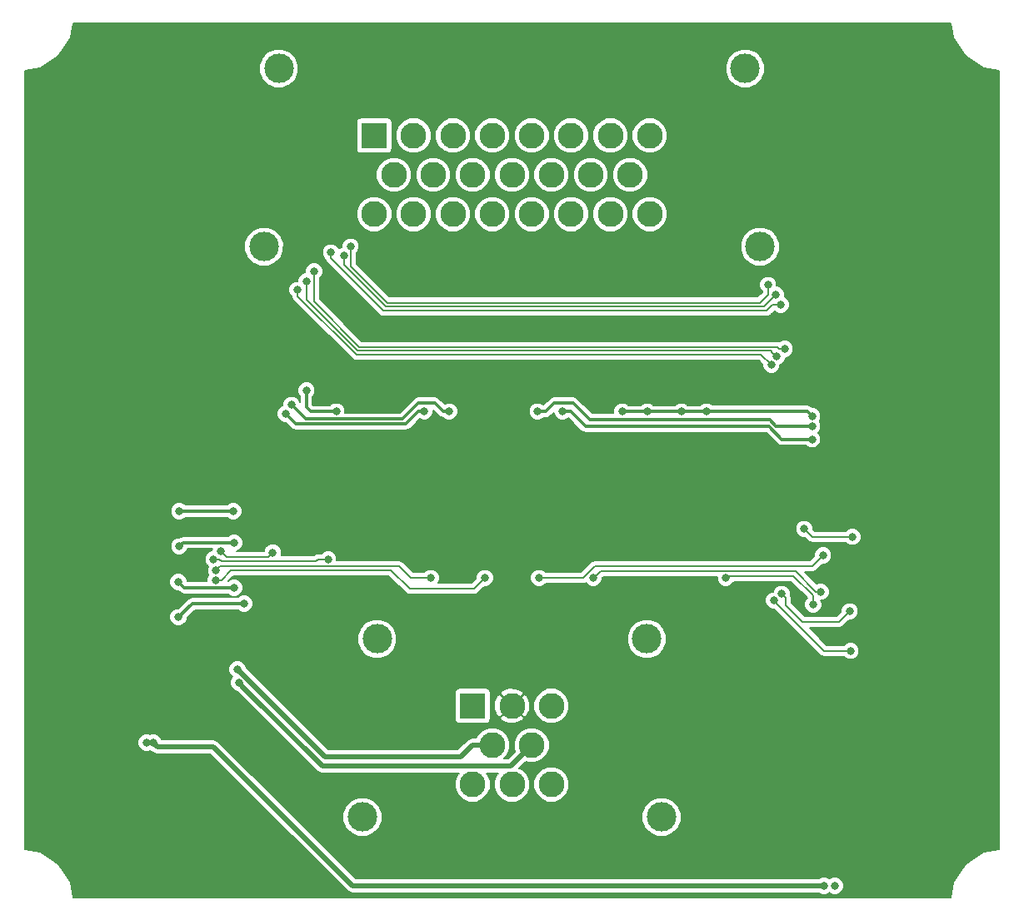
<source format=gbl>
G04 #@! TF.GenerationSoftware,KiCad,Pcbnew,(2017-01-11 revision e99b79c)-master*
G04 #@! TF.CreationDate,2017-07-03T16:29:39+03:00*
G04 #@! TF.ProjectId,csb,6373622E6B696361645F706362000000,rev?*
G04 #@! TF.FileFunction,Copper,L2,Bot,Signal*
G04 #@! TF.FilePolarity,Positive*
%FSLAX46Y46*%
G04 Gerber Fmt 4.6, Leading zero omitted, Abs format (unit mm)*
G04 Created by KiCad (PCBNEW (2017-01-11 revision e99b79c)-master) date Mon Jul  3 16:29:39 2017*
%MOMM*%
%LPD*%
G01*
G04 APERTURE LIST*
%ADD10C,0.100000*%
%ADD11R,2.623820X2.623820*%
%ADD12C,2.623820*%
%ADD13C,2.999740*%
%ADD14C,0.800000*%
%ADD15C,0.200000*%
%ADD16C,0.500000*%
%ADD17C,0.300000*%
G04 APERTURE END LIST*
D10*
D11*
X164002040Y-119002040D03*
D12*
X168000000Y-119002040D03*
X171997960Y-119002040D03*
X166001020Y-123000000D03*
X169998980Y-123000000D03*
X164002040Y-126997960D03*
X168000000Y-126997960D03*
X171997960Y-126997960D03*
D13*
X154301780Y-112202460D03*
X181698220Y-112202460D03*
X183199360Y-130299960D03*
X152800640Y-130299960D03*
D11*
X154002060Y-61002040D03*
D12*
X158000020Y-61002040D03*
X162000520Y-61002040D03*
X166001020Y-61002040D03*
X169998980Y-61002040D03*
X173999480Y-61002040D03*
X177999980Y-61002040D03*
X181997940Y-61002040D03*
X156001040Y-65000000D03*
X160001540Y-65000000D03*
X164002040Y-65000000D03*
X168000000Y-65000000D03*
X171997960Y-65000000D03*
X175998460Y-65000000D03*
X179998960Y-65000000D03*
X154002060Y-68997960D03*
X158000020Y-68997960D03*
X162000520Y-68997960D03*
X166001020Y-68997960D03*
X169998980Y-68997960D03*
X173999480Y-68997960D03*
X177999980Y-68997960D03*
X181997940Y-68997960D03*
D13*
X144301800Y-54202460D03*
X191698200Y-54202460D03*
X142800660Y-72299960D03*
X193199340Y-72299960D03*
D14*
X154100000Y-108200000D03*
X186000000Y-108500000D03*
X156000000Y-71700000D03*
X159900000Y-71700000D03*
X164000000Y-71600000D03*
X172000000Y-71600000D03*
X168000000Y-71500000D03*
X176700000Y-87200000D03*
X176700000Y-92300000D03*
X178300000Y-103500000D03*
X173400000Y-103500000D03*
X162300000Y-103000000D03*
X168100000Y-103600000D03*
X168700000Y-80900000D03*
X167900000Y-84900000D03*
X145900000Y-80000000D03*
X149900000Y-76500000D03*
X153200000Y-79900000D03*
X157900000Y-81200000D03*
X155200000Y-88200000D03*
X155000000Y-91600000D03*
X155100000Y-103300000D03*
X148300000Y-100400000D03*
X145800000Y-91800000D03*
X141800000Y-102100000D03*
X129100000Y-101900000D03*
X126100000Y-98300000D03*
X124600000Y-95900000D03*
X124300000Y-83500000D03*
X122700000Y-74700000D03*
X128500000Y-70600000D03*
X126800000Y-54000000D03*
X132800000Y-50300000D03*
X139600000Y-59500000D03*
X139300000Y-64100000D03*
X144100000Y-67300000D03*
X151100000Y-68900000D03*
X175300000Y-57800000D03*
X167500000Y-57200000D03*
X152400000Y-57200000D03*
X151500000Y-50400000D03*
X170200000Y-50400000D03*
X185200000Y-56400000D03*
X194800000Y-64400000D03*
X195800000Y-51400000D03*
X209800000Y-51100000D03*
X216400000Y-56200000D03*
X216500000Y-75900000D03*
X204000000Y-74500000D03*
X191200000Y-75200000D03*
X191700000Y-80400000D03*
X197500000Y-80600000D03*
X197600000Y-87100000D03*
X191800000Y-87300000D03*
X193400000Y-92700000D03*
X193300000Y-102200000D03*
X198400000Y-99400000D03*
X197600000Y-94000000D03*
X207000000Y-88800000D03*
X206400000Y-104700000D03*
X216500000Y-105000000D03*
X216400000Y-115900000D03*
X204300000Y-124800000D03*
X216300000Y-131300000D03*
X203800000Y-136800000D03*
X196400000Y-112000000D03*
X200900000Y-116400000D03*
X190100000Y-125300000D03*
X199900000Y-135200000D03*
X182900000Y-135600000D03*
X157400000Y-135400000D03*
X144700000Y-133500000D03*
X148400000Y-127200000D03*
X139900000Y-110200000D03*
X136600000Y-121500000D03*
X121600000Y-99500000D03*
X119600000Y-107000000D03*
X119700000Y-131700000D03*
X124500000Y-137900000D03*
X133500000Y-135100000D03*
X137047615Y-67952490D03*
X205199968Y-83400000D03*
X126600021Y-85900000D03*
X204249990Y-108500000D03*
X204249990Y-104300000D03*
X132000000Y-115300000D03*
X128700000Y-116600000D03*
X212300000Y-85200000D03*
X215600000Y-91200000D03*
X212200000Y-96600000D03*
X205400000Y-98300000D03*
X204500000Y-112600000D03*
X121200000Y-56100000D03*
X135100000Y-58900000D03*
X128900000Y-60400000D03*
X128800000Y-64700000D03*
X119600000Y-64700000D03*
X119800000Y-68100000D03*
X125000000Y-68300000D03*
X132700000Y-68300000D03*
X132800000Y-70800000D03*
X139700000Y-70400000D03*
X139500000Y-72300000D03*
X136900000Y-78500000D03*
X133400000Y-77900000D03*
X129800000Y-80500000D03*
X133100000Y-91800000D03*
X136900000Y-93700000D03*
X132100000Y-98300000D03*
X132000000Y-101800000D03*
X132000000Y-105400000D03*
X131900000Y-109100000D03*
X137700000Y-114100000D03*
X124100000Y-114400000D03*
X127000000Y-124600000D03*
X128700000Y-132100000D03*
X127200000Y-135300000D03*
X135000000Y-128700000D03*
X137900000Y-130100000D03*
X140100000Y-135900000D03*
X200800000Y-137300000D03*
X199700000Y-137300000D03*
X131541884Y-122748080D03*
X130873810Y-122748080D03*
X139700000Y-99200000D03*
X139800000Y-102400000D03*
X139800000Y-107000000D03*
X134199989Y-99200000D03*
X134199983Y-102800000D03*
X134100000Y-106400000D03*
X140800000Y-108600000D03*
X134100000Y-110000000D03*
X176250000Y-106000000D03*
X199400000Y-107400000D03*
X170750000Y-106000000D03*
X199600000Y-103700000D03*
X189750000Y-106000000D03*
X198600000Y-108700000D03*
X179195000Y-89075000D03*
X181735000Y-89075000D03*
X185195000Y-89075000D03*
X187735000Y-89075000D03*
X198500010Y-89525373D03*
X198500010Y-90553747D03*
X170595000Y-89075000D03*
X198500010Y-91900004D03*
X173135000Y-89075000D03*
X140100000Y-115300000D03*
X140248952Y-116651048D03*
X137688329Y-104102530D03*
X149300000Y-104099979D03*
X138400000Y-103300000D03*
X143700000Y-103400000D03*
X165250000Y-106000000D03*
X137900000Y-106200000D03*
X137916538Y-105200125D03*
X159750000Y-106000000D03*
X194000000Y-76200000D03*
X151600000Y-72300000D03*
X194800000Y-77200000D03*
X150899990Y-73230762D03*
X195300000Y-78200000D03*
X149600000Y-72900000D03*
X194900000Y-83500000D03*
X195400000Y-107600000D03*
X147100000Y-75800000D03*
X202300000Y-109400000D03*
X195700000Y-82700000D03*
X202600000Y-101800000D03*
X197700000Y-101000000D03*
X147900000Y-74800000D03*
X146200000Y-76700000D03*
X194348032Y-84333880D03*
X194600000Y-108299990D03*
X202400000Y-113400000D03*
X159095000Y-89075000D03*
X145000000Y-89300000D03*
X161635000Y-89075000D03*
X145600000Y-88400000D03*
X150135000Y-89075000D03*
X147100000Y-86900000D03*
D15*
X159900000Y-71700000D02*
X156000000Y-71700000D01*
X164000000Y-71600000D02*
X160000000Y-71600000D01*
X160000000Y-71600000D02*
X159900000Y-71700000D01*
X172000000Y-71600000D02*
X164000000Y-71600000D01*
X168000000Y-71500000D02*
X171900000Y-71500000D01*
X171900000Y-71500000D02*
X172000000Y-71600000D01*
X178300000Y-103500000D02*
X178300000Y-93900000D01*
X178300000Y-93900000D02*
X176700000Y-92300000D01*
X173400000Y-103500000D02*
X178300000Y-103500000D01*
X162300000Y-103000000D02*
X162800000Y-103500000D01*
X162800000Y-103500000D02*
X173400000Y-103500000D01*
X168100000Y-103600000D02*
X162900000Y-103600000D01*
X162900000Y-103600000D02*
X162300000Y-103000000D01*
X146600000Y-80000000D02*
X151500000Y-84900000D01*
X151500000Y-84900000D02*
X167900000Y-84900000D01*
X145900000Y-80000000D02*
X146600000Y-80000000D01*
X153200000Y-79900000D02*
X149900000Y-76600000D01*
X149900000Y-76600000D02*
X149900000Y-76500000D01*
X157900000Y-81200000D02*
X154500000Y-81200000D01*
X154500000Y-81200000D02*
X153200000Y-79900000D01*
X148300000Y-100400000D02*
X151200000Y-103300000D01*
X151200000Y-103300000D02*
X155100000Y-103300000D01*
X145800000Y-91800000D02*
X145800000Y-97900000D01*
X145800000Y-97900000D02*
X148300000Y-100400000D01*
X130400000Y-100600000D02*
X140300000Y-100600000D01*
X140300000Y-100600000D02*
X141800000Y-102100000D01*
X129100000Y-101900000D02*
X130400000Y-100600000D01*
X126100000Y-98300000D02*
X126100000Y-98900000D01*
X126100000Y-98900000D02*
X129100000Y-101900000D01*
X124600000Y-95900000D02*
X126100000Y-97400000D01*
X126100000Y-97400000D02*
X126100000Y-98300000D01*
X122700000Y-74700000D02*
X122700000Y-81900000D01*
X122700000Y-81900000D02*
X124300000Y-83500000D01*
X128500000Y-70600000D02*
X124400000Y-74700000D01*
X124400000Y-74700000D02*
X122700000Y-74700000D01*
X126800000Y-54000000D02*
X126800000Y-68900000D01*
X126800000Y-68900000D02*
X128500000Y-70600000D01*
X132800000Y-50300000D02*
X129100000Y-54000000D01*
X129100000Y-54000000D02*
X126800000Y-54000000D01*
X139300000Y-64100000D02*
X139300000Y-59800000D01*
X139300000Y-59800000D02*
X139600000Y-59500000D01*
X144100000Y-67300000D02*
X140900000Y-64100000D01*
X140900000Y-64100000D02*
X139300000Y-64100000D01*
X151100000Y-68900000D02*
X145700000Y-68900000D01*
X145700000Y-68900000D02*
X144100000Y-67300000D01*
X151800000Y-57800000D02*
X151100000Y-58500000D01*
X151100000Y-58500000D02*
X151100000Y-68900000D01*
X175300000Y-57800000D02*
X151800000Y-57800000D01*
X167500000Y-57200000D02*
X174700000Y-57200000D01*
X174700000Y-57200000D02*
X175300000Y-57800000D01*
X151500000Y-50400000D02*
X151500000Y-56300000D01*
X151500000Y-56300000D02*
X152400000Y-57200000D01*
X170200000Y-50400000D02*
X151500000Y-50400000D01*
X195800000Y-51400000D02*
X194800000Y-52400000D01*
X194800000Y-52400000D02*
X194800000Y-64400000D01*
X216400000Y-56200000D02*
X211300000Y-51100000D01*
X211300000Y-51100000D02*
X209800000Y-51100000D01*
X204000000Y-74500000D02*
X205400000Y-75900000D01*
X205400000Y-75900000D02*
X216500000Y-75900000D01*
X197500000Y-80600000D02*
X191900000Y-80600000D01*
X191900000Y-80600000D02*
X191700000Y-80400000D01*
X191800000Y-87300000D02*
X197400000Y-87300000D01*
X197400000Y-87300000D02*
X197600000Y-87100000D01*
X198400000Y-99400000D02*
X196100000Y-99400000D01*
X196100000Y-99400000D02*
X193300000Y-102200000D01*
X207000000Y-88800000D02*
X202800000Y-88800000D01*
X202800000Y-88800000D02*
X197600000Y-94000000D01*
X206400000Y-104700000D02*
X207000000Y-104100000D01*
X207000000Y-104100000D02*
X207000000Y-88800000D01*
X216400000Y-115900000D02*
X216400000Y-105100000D01*
X216400000Y-105100000D02*
X216500000Y-105000000D01*
X216300000Y-131300000D02*
X209800000Y-124800000D01*
X209800000Y-124800000D02*
X204300000Y-124800000D01*
X196400000Y-122900000D02*
X203800000Y-130300000D01*
X203800000Y-130300000D02*
X203800000Y-136800000D01*
X196400000Y-112000000D02*
X196400000Y-122900000D01*
X190100000Y-125300000D02*
X192000000Y-125300000D01*
X192000000Y-125300000D02*
X200900000Y-116400000D01*
X182900000Y-135600000D02*
X183300000Y-135200000D01*
X183300000Y-135200000D02*
X199900000Y-135200000D01*
X156000000Y-127200000D02*
X157400000Y-128600000D01*
X157400000Y-128600000D02*
X157400000Y-135400000D01*
X148400000Y-127200000D02*
X156000000Y-127200000D01*
X137700000Y-114100000D02*
X137700000Y-120400000D01*
X137700000Y-120400000D02*
X136600000Y-121500000D01*
X121600000Y-102200000D02*
X133500000Y-114100000D01*
X133500000Y-114100000D02*
X137700000Y-114100000D01*
X121600000Y-99500000D02*
X121600000Y-102200000D01*
X119600000Y-107000000D02*
X121600000Y-105000000D01*
X121600000Y-105000000D02*
X121600000Y-99500000D01*
X124500000Y-137900000D02*
X124500000Y-136500000D01*
X124500000Y-136500000D02*
X119700000Y-131700000D01*
X133500000Y-135100000D02*
X130700000Y-137900000D01*
X130700000Y-137900000D02*
X124500000Y-137900000D01*
D16*
X151800000Y-137300000D02*
X199700000Y-137300000D01*
X137648079Y-123148079D02*
X151800000Y-137300000D01*
X131541884Y-122748080D02*
X131941883Y-123148079D01*
X131941883Y-123148079D02*
X137648079Y-123148079D01*
X130873810Y-122748080D02*
X131541884Y-122748080D01*
D17*
X139800000Y-99300000D02*
X139700000Y-99200000D01*
X134599982Y-102400001D02*
X139799999Y-102400001D01*
X139799999Y-102400001D02*
X139800000Y-102400000D01*
X134199989Y-99200000D02*
X139700000Y-99200000D01*
X134199983Y-102800000D02*
X134599982Y-102400001D01*
X139234315Y-107000000D02*
X139800000Y-107000000D01*
X134700000Y-107000000D02*
X139234315Y-107000000D01*
X134100000Y-106400000D02*
X134700000Y-107000000D01*
X134100000Y-110000000D02*
X135500000Y-108600000D01*
X135500000Y-108600000D02*
X140800000Y-108600000D01*
D15*
X199400000Y-107400000D02*
X198900000Y-107400000D01*
X198900000Y-107400000D02*
X196799998Y-105299998D01*
X196799998Y-105299998D02*
X177000002Y-105299998D01*
X177000002Y-105299998D02*
X176300000Y-106000000D01*
X176300000Y-106000000D02*
X176250000Y-106000000D01*
X199600000Y-103700000D02*
X198500000Y-104800000D01*
X198500000Y-104800000D02*
X176413996Y-104800000D01*
X176413996Y-104800000D02*
X175213996Y-106000000D01*
X175213996Y-106000000D02*
X172800000Y-106000000D01*
X172800000Y-106000000D02*
X170750000Y-106000000D01*
X198600000Y-108700000D02*
X198600000Y-107800000D01*
X198600000Y-107800000D02*
X196600000Y-105800000D01*
X196600000Y-105800000D02*
X189950000Y-105800000D01*
X189950000Y-105800000D02*
X189750000Y-106000000D01*
D17*
X181735000Y-89075000D02*
X179195000Y-89075000D01*
X185195000Y-89075000D02*
X181735000Y-89075000D01*
X187735000Y-89075000D02*
X185195000Y-89075000D01*
X187760021Y-89049979D02*
X187735000Y-89075000D01*
X198500010Y-89525373D02*
X198024616Y-89049979D01*
X198024616Y-89049979D02*
X187760021Y-89049979D01*
X194180567Y-89899989D02*
X194834325Y-90553747D01*
X172295000Y-88200000D02*
X174200000Y-88200000D01*
X175899989Y-89899989D02*
X194180567Y-89899989D01*
X174200000Y-88200000D02*
X175899989Y-89899989D01*
X170595000Y-89075000D02*
X171420000Y-89075000D01*
X194834325Y-90553747D02*
X197934325Y-90553747D01*
X171420000Y-89075000D02*
X172295000Y-88200000D01*
X197934325Y-90553747D02*
X198500010Y-90553747D01*
X195400000Y-91900004D02*
X198500010Y-91900004D01*
X194100000Y-90600004D02*
X195400000Y-91900004D01*
X173135000Y-89075000D02*
X173960000Y-89075000D01*
X173960000Y-89075000D02*
X175485004Y-90600004D01*
X175485004Y-90600004D02*
X194100000Y-90600004D01*
X194100000Y-90600004D02*
X194100000Y-90600000D01*
D16*
X164000000Y-123000000D02*
X166001020Y-123000000D01*
X162800000Y-124200000D02*
X164000000Y-123000000D01*
X140100000Y-115300000D02*
X149000000Y-124200000D01*
X149000000Y-124200000D02*
X162800000Y-124200000D01*
X140648951Y-117051047D02*
X140248952Y-116651048D01*
X169998980Y-123000000D02*
X167898980Y-125100000D01*
X148697904Y-125100000D02*
X140648951Y-117051047D01*
X167898980Y-125100000D02*
X148697904Y-125100000D01*
D15*
X149300000Y-104099979D02*
X148734315Y-104099979D01*
X148734315Y-104099979D02*
X148734294Y-104100000D01*
X148734294Y-104100000D02*
X148300000Y-104100000D01*
X148300000Y-104100000D02*
X148099989Y-104300011D01*
X148099989Y-104300011D02*
X138451495Y-104300011D01*
X138451495Y-104300011D02*
X138254014Y-104102530D01*
X138254014Y-104102530D02*
X137688329Y-104102530D01*
X143700000Y-103400000D02*
X143200000Y-103900000D01*
X143200000Y-103900000D02*
X139000000Y-103900000D01*
X139000000Y-103900000D02*
X138400000Y-103300000D01*
X157600000Y-107100000D02*
X164150000Y-107100000D01*
X164150000Y-107100000D02*
X165250000Y-106000000D01*
X155700000Y-105200000D02*
X157600000Y-107100000D01*
X139465685Y-105200000D02*
X155700000Y-105200000D01*
X137900000Y-106200000D02*
X138465685Y-106200000D01*
X138465685Y-106200000D02*
X139465685Y-105200000D01*
X138316674Y-104799989D02*
X138316537Y-104800126D01*
X159750000Y-106000000D02*
X157700000Y-106000000D01*
X138316537Y-104800126D02*
X137916538Y-105200125D01*
X156499989Y-104799989D02*
X138316674Y-104799989D01*
X157700000Y-106000000D02*
X156499989Y-104799989D01*
X151600000Y-72300000D02*
X151600000Y-74300000D01*
X151600000Y-74300000D02*
X155300000Y-78000000D01*
X155300000Y-78000000D02*
X193200000Y-78000000D01*
X193200000Y-78000000D02*
X194000000Y-77200000D01*
X194000000Y-77200000D02*
X194000000Y-76200000D01*
X193599989Y-78400011D02*
X194400001Y-77599999D01*
X150899990Y-73230762D02*
X150899990Y-74165690D01*
X155134311Y-78400011D02*
X193599989Y-78400011D01*
X150899990Y-74165690D02*
X155134311Y-78400011D01*
X194400001Y-77599999D02*
X194800000Y-77200000D01*
X149600000Y-72900000D02*
X149600000Y-73465685D01*
X149600000Y-73465685D02*
X154934337Y-78800022D01*
X154934337Y-78800022D02*
X193899978Y-78800022D01*
X193899978Y-78800022D02*
X194500000Y-78200000D01*
X194500000Y-78200000D02*
X195300000Y-78200000D01*
X194299989Y-82899989D02*
X194500001Y-83100001D01*
X147100000Y-77665700D02*
X152334289Y-82899989D01*
X147100000Y-75800000D02*
X147100000Y-77665700D01*
X194500001Y-83100001D02*
X194900000Y-83500000D01*
X152334289Y-82899989D02*
X194299989Y-82899989D01*
X202300000Y-109400000D02*
X201200000Y-110500000D01*
X197500000Y-110500000D02*
X195799999Y-108799999D01*
X201200000Y-110500000D02*
X197500000Y-110500000D01*
X195799999Y-108799999D02*
X195799999Y-107999999D01*
X195799999Y-107999999D02*
X195400000Y-107600000D01*
X195134315Y-82700000D02*
X195700000Y-82700000D01*
X147900000Y-74800000D02*
X147900000Y-77900000D01*
X147900000Y-77900000D02*
X152499978Y-82499978D01*
X194934293Y-82499978D02*
X195134315Y-82700000D01*
X152499978Y-82499978D02*
X194934293Y-82499978D01*
X197700000Y-101000000D02*
X198500000Y-101800000D01*
X198500000Y-101800000D02*
X202600000Y-101800000D01*
X193314152Y-83300000D02*
X152168600Y-83300000D01*
X194348032Y-84333880D02*
X193314152Y-83300000D01*
X152168600Y-83300000D02*
X146200000Y-77331400D01*
X146200000Y-77331400D02*
X146200000Y-77265685D01*
X146200000Y-77265685D02*
X146200000Y-76700000D01*
X194999999Y-108699989D02*
X194600000Y-108299990D01*
X199700010Y-113400000D02*
X194999999Y-108699989D01*
X202400000Y-113400000D02*
X199700010Y-113400000D01*
D17*
X158470000Y-89075000D02*
X159095000Y-89075000D01*
X157219988Y-90325012D02*
X158470000Y-89075000D01*
X145000000Y-89300000D02*
X146025012Y-90325012D01*
X146025012Y-90325012D02*
X157219988Y-90325012D01*
X145600000Y-88400000D02*
X147025002Y-89825002D01*
X158500000Y-88200000D02*
X160135000Y-88200000D01*
X147025002Y-89825002D02*
X156874998Y-89825002D01*
X156874998Y-89825002D02*
X158500000Y-88200000D01*
X160135000Y-88200000D02*
X161010000Y-89075000D01*
X161010000Y-89075000D02*
X161635000Y-89075000D01*
X147100000Y-86900000D02*
X147100000Y-88600000D01*
X147100000Y-88600000D02*
X147575000Y-89075000D01*
X147575000Y-89075000D02*
X150135000Y-89075000D01*
D15*
G36*
X212841170Y-51020717D02*
X212923293Y-51218981D01*
X212923296Y-51218984D01*
X214007155Y-52841094D01*
X214007157Y-52841098D01*
X214083030Y-52916970D01*
X214158902Y-52992843D01*
X214158906Y-52992845D01*
X215781017Y-54076705D01*
X215781019Y-54076707D01*
X215979283Y-54158830D01*
X217450000Y-54451374D01*
X217450000Y-133548626D01*
X215979283Y-133841170D01*
X215781019Y-133923293D01*
X215781017Y-133923295D01*
X214158906Y-135007155D01*
X214158902Y-135007157D01*
X214083030Y-135083030D01*
X214007157Y-135158902D01*
X214007155Y-135158906D01*
X212923296Y-136781016D01*
X212923293Y-136781019D01*
X212841170Y-136979283D01*
X212548626Y-138450000D01*
X123451374Y-138450000D01*
X123158830Y-136979283D01*
X123076707Y-136781019D01*
X123076705Y-136781017D01*
X121992845Y-135158906D01*
X121992843Y-135158902D01*
X121916970Y-135083030D01*
X121841098Y-135007157D01*
X121841094Y-135007155D01*
X120218984Y-133923296D01*
X120218981Y-133923293D01*
X120020717Y-133841170D01*
X118550000Y-133548626D01*
X118550000Y-122926316D01*
X129973654Y-122926316D01*
X130110382Y-123257223D01*
X130363335Y-123510618D01*
X130694004Y-123647923D01*
X131052046Y-123648236D01*
X131207822Y-123583871D01*
X131362078Y-123647923D01*
X131381084Y-123647940D01*
X131411553Y-123678409D01*
X131654870Y-123840989D01*
X131941883Y-123898079D01*
X137337419Y-123898079D01*
X151269670Y-137830330D01*
X151512987Y-137992910D01*
X151800000Y-138050000D01*
X199177009Y-138050000D01*
X199189525Y-138062538D01*
X199520194Y-138199843D01*
X199878236Y-138200156D01*
X200209143Y-138063428D01*
X200249849Y-138022793D01*
X200289525Y-138062538D01*
X200620194Y-138199843D01*
X200978236Y-138200156D01*
X201309143Y-138063428D01*
X201562538Y-137810475D01*
X201699843Y-137479806D01*
X201700156Y-137121764D01*
X201563428Y-136790857D01*
X201310475Y-136537462D01*
X200979806Y-136400157D01*
X200621764Y-136399844D01*
X200290857Y-136536572D01*
X200250151Y-136577207D01*
X200210475Y-136537462D01*
X199879806Y-136400157D01*
X199521764Y-136399844D01*
X199190857Y-136536572D01*
X199177406Y-136550000D01*
X152110660Y-136550000D01*
X146256674Y-130696014D01*
X150800423Y-130696014D01*
X151104244Y-131431316D01*
X151666325Y-131994379D01*
X152401096Y-132299482D01*
X153196694Y-132300177D01*
X153931996Y-131996356D01*
X154495059Y-131434275D01*
X154800162Y-130699504D01*
X154800165Y-130696014D01*
X181199143Y-130696014D01*
X181502964Y-131431316D01*
X182065045Y-131994379D01*
X182799816Y-132299482D01*
X183595414Y-132300177D01*
X184330716Y-131996356D01*
X184893779Y-131434275D01*
X185198882Y-130699504D01*
X185199577Y-129903906D01*
X184895756Y-129168604D01*
X184333675Y-128605541D01*
X183598904Y-128300438D01*
X182803306Y-128299743D01*
X182068004Y-128603564D01*
X181504941Y-129165645D01*
X181199838Y-129900416D01*
X181199143Y-130696014D01*
X154800165Y-130696014D01*
X154800857Y-129903906D01*
X154497036Y-129168604D01*
X153934955Y-128605541D01*
X153200184Y-128300438D01*
X152404586Y-128299743D01*
X151669284Y-128603564D01*
X151106221Y-129165645D01*
X150801118Y-129900416D01*
X150800423Y-130696014D01*
X146256674Y-130696014D01*
X138178409Y-122617749D01*
X137935092Y-122455169D01*
X137648079Y-122398079D01*
X132371068Y-122398079D01*
X132305312Y-122238937D01*
X132052359Y-121985542D01*
X131721690Y-121848237D01*
X131363648Y-121847924D01*
X131207872Y-121912289D01*
X131053616Y-121848237D01*
X130695574Y-121847924D01*
X130364667Y-121984652D01*
X130111272Y-122237605D01*
X129973967Y-122568274D01*
X129973654Y-122926316D01*
X118550000Y-122926316D01*
X118550000Y-115478236D01*
X139199844Y-115478236D01*
X139336572Y-115809143D01*
X139577077Y-116050068D01*
X139486414Y-116140573D01*
X139349109Y-116471242D01*
X139348796Y-116829284D01*
X139485524Y-117160191D01*
X139738477Y-117413586D01*
X140069146Y-117550891D01*
X140088152Y-117550908D01*
X148167574Y-125630330D01*
X148410891Y-125792910D01*
X148697904Y-125850000D01*
X162587339Y-125850000D01*
X162466873Y-125970256D01*
X162190446Y-126635968D01*
X162189817Y-127356790D01*
X162465082Y-128022983D01*
X162974336Y-128533127D01*
X163640048Y-128809554D01*
X164360870Y-128810183D01*
X165027063Y-128534918D01*
X165537207Y-128025664D01*
X165813634Y-127359952D01*
X165814263Y-126639130D01*
X165538998Y-125972937D01*
X165416275Y-125850000D01*
X166585299Y-125850000D01*
X166464833Y-125970256D01*
X166188406Y-126635968D01*
X166187777Y-127356790D01*
X166463042Y-128022983D01*
X166972296Y-128533127D01*
X167638008Y-128809554D01*
X168358830Y-128810183D01*
X169025023Y-128534918D01*
X169535167Y-128025664D01*
X169811594Y-127359952D01*
X169811596Y-127356790D01*
X170185737Y-127356790D01*
X170461002Y-128022983D01*
X170970256Y-128533127D01*
X171635968Y-128809554D01*
X172356790Y-128810183D01*
X173022983Y-128534918D01*
X173533127Y-128025664D01*
X173809554Y-127359952D01*
X173810183Y-126639130D01*
X173534918Y-125972937D01*
X173025664Y-125462793D01*
X172359952Y-125186366D01*
X171639130Y-125185737D01*
X170972937Y-125461002D01*
X170462793Y-125970256D01*
X170186366Y-126635968D01*
X170185737Y-127356790D01*
X169811596Y-127356790D01*
X169812223Y-126639130D01*
X169536958Y-125972937D01*
X169027704Y-125462793D01*
X168723262Y-125336378D01*
X169362163Y-124697477D01*
X169636988Y-124811594D01*
X170357810Y-124812223D01*
X171024003Y-124536958D01*
X171534147Y-124027704D01*
X171810574Y-123361992D01*
X171811203Y-122641170D01*
X171535938Y-121974977D01*
X171026684Y-121464833D01*
X170360972Y-121188406D01*
X169640150Y-121187777D01*
X168973957Y-121463042D01*
X168463813Y-121972296D01*
X168187386Y-122638008D01*
X168186757Y-123358830D01*
X168301585Y-123636735D01*
X167588320Y-124350000D01*
X167213328Y-124350000D01*
X167536187Y-124027704D01*
X167812614Y-123361992D01*
X167813243Y-122641170D01*
X167537978Y-121974977D01*
X167028724Y-121464833D01*
X166363012Y-121188406D01*
X165642190Y-121187777D01*
X164975997Y-121463042D01*
X164465853Y-121972296D01*
X164350541Y-122250000D01*
X164000000Y-122250000D01*
X163712987Y-122307090D01*
X163469670Y-122469670D01*
X162489340Y-123450000D01*
X149310660Y-123450000D01*
X143550790Y-117690130D01*
X162180335Y-117690130D01*
X162180335Y-120313950D01*
X162219141Y-120509040D01*
X162329650Y-120674430D01*
X162495040Y-120784939D01*
X162690130Y-120823745D01*
X165313950Y-120823745D01*
X165509040Y-120784939D01*
X165674430Y-120674430D01*
X165784939Y-120509040D01*
X165823745Y-120313950D01*
X165823745Y-120237515D01*
X166799880Y-120237515D01*
X166934446Y-120511182D01*
X167593080Y-120804075D01*
X168313663Y-120822624D01*
X168986495Y-120564006D01*
X169065554Y-120511182D01*
X169200120Y-120237515D01*
X168000000Y-119037395D01*
X166799880Y-120237515D01*
X165823745Y-120237515D01*
X165823745Y-119315703D01*
X166179416Y-119315703D01*
X166438034Y-119988535D01*
X166490858Y-120067594D01*
X166764525Y-120202160D01*
X167964645Y-119002040D01*
X168035355Y-119002040D01*
X169235475Y-120202160D01*
X169509142Y-120067594D01*
X169802035Y-119408960D01*
X169803272Y-119360870D01*
X170185737Y-119360870D01*
X170461002Y-120027063D01*
X170970256Y-120537207D01*
X171635968Y-120813634D01*
X172356790Y-120814263D01*
X173022983Y-120538998D01*
X173533127Y-120029744D01*
X173809554Y-119364032D01*
X173810183Y-118643210D01*
X173534918Y-117977017D01*
X173025664Y-117466873D01*
X172359952Y-117190446D01*
X171639130Y-117189817D01*
X170972937Y-117465082D01*
X170462793Y-117974336D01*
X170186366Y-118640048D01*
X170185737Y-119360870D01*
X169803272Y-119360870D01*
X169820584Y-118688377D01*
X169561966Y-118015545D01*
X169509142Y-117936486D01*
X169235475Y-117801920D01*
X168035355Y-119002040D01*
X167964645Y-119002040D01*
X166764525Y-117801920D01*
X166490858Y-117936486D01*
X166197965Y-118595120D01*
X166179416Y-119315703D01*
X165823745Y-119315703D01*
X165823745Y-117766565D01*
X166799880Y-117766565D01*
X168000000Y-118966685D01*
X169200120Y-117766565D01*
X169065554Y-117492898D01*
X168406920Y-117200005D01*
X167686337Y-117181456D01*
X167013505Y-117440074D01*
X166934446Y-117492898D01*
X166799880Y-117766565D01*
X165823745Y-117766565D01*
X165823745Y-117690130D01*
X165784939Y-117495040D01*
X165674430Y-117329650D01*
X165509040Y-117219141D01*
X165313950Y-117180335D01*
X162690130Y-117180335D01*
X162495040Y-117219141D01*
X162329650Y-117329650D01*
X162219141Y-117495040D01*
X162180335Y-117690130D01*
X143550790Y-117690130D01*
X141000141Y-115139481D01*
X141000156Y-115121764D01*
X140863428Y-114790857D01*
X140610475Y-114537462D01*
X140279806Y-114400157D01*
X139921764Y-114399844D01*
X139590857Y-114536572D01*
X139337462Y-114789525D01*
X139200157Y-115120194D01*
X139199844Y-115478236D01*
X118550000Y-115478236D01*
X118550000Y-112598514D01*
X152301563Y-112598514D01*
X152605384Y-113333816D01*
X153167465Y-113896879D01*
X153902236Y-114201982D01*
X154697834Y-114202677D01*
X155433136Y-113898856D01*
X155996199Y-113336775D01*
X156301302Y-112602004D01*
X156301305Y-112598514D01*
X179698003Y-112598514D01*
X180001824Y-113333816D01*
X180563905Y-113896879D01*
X181298676Y-114201982D01*
X182094274Y-114202677D01*
X182829576Y-113898856D01*
X183392639Y-113336775D01*
X183697742Y-112602004D01*
X183698437Y-111806406D01*
X183394616Y-111071104D01*
X182832535Y-110508041D01*
X182097764Y-110202938D01*
X181302166Y-110202243D01*
X180566864Y-110506064D01*
X180003801Y-111068145D01*
X179698698Y-111802916D01*
X179698003Y-112598514D01*
X156301305Y-112598514D01*
X156301997Y-111806406D01*
X155998176Y-111071104D01*
X155436095Y-110508041D01*
X154701324Y-110202938D01*
X153905726Y-110202243D01*
X153170424Y-110506064D01*
X152607361Y-111068145D01*
X152302258Y-111802916D01*
X152301563Y-112598514D01*
X118550000Y-112598514D01*
X118550000Y-110178236D01*
X133199844Y-110178236D01*
X133336572Y-110509143D01*
X133589525Y-110762538D01*
X133920194Y-110899843D01*
X134278236Y-110900156D01*
X134609143Y-110763428D01*
X134862538Y-110510475D01*
X134999843Y-110179806D01*
X134999983Y-110019255D01*
X135769238Y-109250000D01*
X140177183Y-109250000D01*
X140289525Y-109362538D01*
X140620194Y-109499843D01*
X140978236Y-109500156D01*
X141309143Y-109363428D01*
X141562538Y-109110475D01*
X141699843Y-108779806D01*
X141700106Y-108478226D01*
X193699844Y-108478226D01*
X193836572Y-108809133D01*
X194089525Y-109062528D01*
X194420194Y-109199833D01*
X194651517Y-109200035D01*
X199275746Y-113824264D01*
X199470399Y-113954328D01*
X199700010Y-114000000D01*
X201727271Y-114000000D01*
X201889525Y-114162538D01*
X202220194Y-114299843D01*
X202578236Y-114300156D01*
X202909143Y-114163428D01*
X203162538Y-113910475D01*
X203299843Y-113579806D01*
X203300156Y-113221764D01*
X203163428Y-112890857D01*
X202910475Y-112637462D01*
X202579806Y-112500157D01*
X202221764Y-112499844D01*
X201890857Y-112636572D01*
X201727143Y-112800000D01*
X199948538Y-112800000D01*
X198248538Y-111100000D01*
X201200000Y-111100000D01*
X201429610Y-111054328D01*
X201624264Y-110924264D01*
X202248573Y-110299955D01*
X202478236Y-110300156D01*
X202809143Y-110163428D01*
X203062538Y-109910475D01*
X203199843Y-109579806D01*
X203200156Y-109221764D01*
X203063428Y-108890857D01*
X202810475Y-108637462D01*
X202479806Y-108500157D01*
X202121764Y-108499844D01*
X201790857Y-108636572D01*
X201537462Y-108889525D01*
X201400157Y-109220194D01*
X201399955Y-109451517D01*
X200951472Y-109900000D01*
X197748528Y-109900000D01*
X196399999Y-108551471D01*
X196399999Y-107999999D01*
X196354327Y-107770389D01*
X196299922Y-107688967D01*
X196300156Y-107421764D01*
X196163428Y-107090857D01*
X195910475Y-106837462D01*
X195579806Y-106700157D01*
X195221764Y-106699844D01*
X194890857Y-106836572D01*
X194637462Y-107089525D01*
X194508580Y-107399910D01*
X194421764Y-107399834D01*
X194090857Y-107536562D01*
X193837462Y-107789515D01*
X193700157Y-108120184D01*
X193699844Y-108478226D01*
X141700106Y-108478226D01*
X141700156Y-108421764D01*
X141563428Y-108090857D01*
X141310475Y-107837462D01*
X140979806Y-107700157D01*
X140621764Y-107699844D01*
X140290857Y-107836572D01*
X140177231Y-107950000D01*
X135500000Y-107950000D01*
X135292524Y-107991269D01*
X135251255Y-107999478D01*
X135040381Y-108140381D01*
X134080779Y-109099983D01*
X133921764Y-109099844D01*
X133590857Y-109236572D01*
X133337462Y-109489525D01*
X133200157Y-109820194D01*
X133199844Y-110178236D01*
X118550000Y-110178236D01*
X118550000Y-106578236D01*
X133199844Y-106578236D01*
X133336572Y-106909143D01*
X133589525Y-107162538D01*
X133920194Y-107299843D01*
X134080745Y-107299983D01*
X134240380Y-107459619D01*
X134451255Y-107600522D01*
X134492524Y-107608731D01*
X134700000Y-107650000D01*
X139177183Y-107650000D01*
X139289525Y-107762538D01*
X139620194Y-107899843D01*
X139978236Y-107900156D01*
X140309143Y-107763428D01*
X140562538Y-107510475D01*
X140699843Y-107179806D01*
X140700156Y-106821764D01*
X140563428Y-106490857D01*
X140310475Y-106237462D01*
X139979806Y-106100157D01*
X139621764Y-106099844D01*
X139290857Y-106236572D01*
X139177231Y-106350000D01*
X139164213Y-106350000D01*
X139714213Y-105800000D01*
X155451472Y-105800000D01*
X157175736Y-107524264D01*
X157370390Y-107654328D01*
X157600000Y-107700000D01*
X164150000Y-107700000D01*
X164379610Y-107654328D01*
X164574264Y-107524264D01*
X165198573Y-106899955D01*
X165428236Y-106900156D01*
X165759143Y-106763428D01*
X166012538Y-106510475D01*
X166149843Y-106179806D01*
X166149844Y-106178236D01*
X169849844Y-106178236D01*
X169986572Y-106509143D01*
X170239525Y-106762538D01*
X170570194Y-106899843D01*
X170928236Y-106900156D01*
X171259143Y-106763428D01*
X171422857Y-106600000D01*
X175213996Y-106600000D01*
X175443606Y-106554328D01*
X175496438Y-106519027D01*
X175739525Y-106762538D01*
X176070194Y-106899843D01*
X176428236Y-106900156D01*
X176759143Y-106763428D01*
X177012538Y-106510475D01*
X177149843Y-106179806D01*
X177150001Y-105998527D01*
X177248530Y-105899998D01*
X188850087Y-105899998D01*
X188849844Y-106178236D01*
X188986572Y-106509143D01*
X189239525Y-106762538D01*
X189570194Y-106899843D01*
X189928236Y-106900156D01*
X190259143Y-106763428D01*
X190512538Y-106510475D01*
X190558411Y-106400000D01*
X196351472Y-106400000D01*
X197989362Y-108037890D01*
X197837462Y-108189525D01*
X197700157Y-108520194D01*
X197699844Y-108878236D01*
X197836572Y-109209143D01*
X198089525Y-109462538D01*
X198420194Y-109599843D01*
X198778236Y-109600156D01*
X199109143Y-109463428D01*
X199362538Y-109210475D01*
X199499843Y-108879806D01*
X199500156Y-108521764D01*
X199408528Y-108300008D01*
X199578236Y-108300156D01*
X199909143Y-108163428D01*
X200162538Y-107910475D01*
X200299843Y-107579806D01*
X200300156Y-107221764D01*
X200163428Y-106890857D01*
X199910475Y-106637462D01*
X199579806Y-106500157D01*
X199221764Y-106499844D01*
X198957545Y-106609017D01*
X197748528Y-105400000D01*
X198500000Y-105400000D01*
X198729610Y-105354328D01*
X198924264Y-105224264D01*
X199548573Y-104599955D01*
X199778236Y-104600156D01*
X200109143Y-104463428D01*
X200362538Y-104210475D01*
X200499843Y-103879806D01*
X200500156Y-103521764D01*
X200363428Y-103190857D01*
X200110475Y-102937462D01*
X199779806Y-102800157D01*
X199421764Y-102799844D01*
X199090857Y-102936572D01*
X198837462Y-103189525D01*
X198700157Y-103520194D01*
X198699955Y-103751517D01*
X198251472Y-104200000D01*
X176413996Y-104200000D01*
X176184386Y-104245672D01*
X175989732Y-104375736D01*
X174965468Y-105400000D01*
X171422729Y-105400000D01*
X171260475Y-105237462D01*
X170929806Y-105100157D01*
X170571764Y-105099844D01*
X170240857Y-105236572D01*
X169987462Y-105489525D01*
X169850157Y-105820194D01*
X169849844Y-106178236D01*
X166149844Y-106178236D01*
X166150156Y-105821764D01*
X166013428Y-105490857D01*
X165760475Y-105237462D01*
X165429806Y-105100157D01*
X165071764Y-105099844D01*
X164740857Y-105236572D01*
X164487462Y-105489525D01*
X164350157Y-105820194D01*
X164349955Y-106051517D01*
X163901472Y-106500000D01*
X160516888Y-106500000D01*
X160649843Y-106179806D01*
X160650156Y-105821764D01*
X160513428Y-105490857D01*
X160260475Y-105237462D01*
X159929806Y-105100157D01*
X159571764Y-105099844D01*
X159240857Y-105236572D01*
X159077143Y-105400000D01*
X157948528Y-105400000D01*
X156924253Y-104375725D01*
X156729599Y-104245661D01*
X156499989Y-104199989D01*
X150199913Y-104199989D01*
X150200156Y-103921743D01*
X150063428Y-103590836D01*
X149810475Y-103337441D01*
X149479806Y-103200136D01*
X149121764Y-103199823D01*
X148790857Y-103336551D01*
X148627122Y-103500000D01*
X148300000Y-103500000D01*
X148070390Y-103545672D01*
X147875736Y-103675736D01*
X147851461Y-103700011D01*
X144549930Y-103700011D01*
X144599843Y-103579806D01*
X144600156Y-103221764D01*
X144463428Y-102890857D01*
X144210475Y-102637462D01*
X143879806Y-102500157D01*
X143521764Y-102499844D01*
X143190857Y-102636572D01*
X142937462Y-102889525D01*
X142800157Y-103220194D01*
X142800087Y-103300000D01*
X139978614Y-103300000D01*
X140309143Y-103163428D01*
X140562538Y-102910475D01*
X140699843Y-102579806D01*
X140700156Y-102221764D01*
X140563428Y-101890857D01*
X140310475Y-101637462D01*
X139979806Y-101500157D01*
X139621764Y-101499844D01*
X139290857Y-101636572D01*
X139177230Y-101750001D01*
X134599982Y-101750001D01*
X134392506Y-101791270D01*
X134351237Y-101799479D01*
X134200798Y-101900001D01*
X134021747Y-101899844D01*
X133690840Y-102036572D01*
X133437445Y-102289525D01*
X133300140Y-102620194D01*
X133299827Y-102978236D01*
X133436555Y-103309143D01*
X133689508Y-103562538D01*
X134020177Y-103699843D01*
X134378219Y-103700156D01*
X134709126Y-103563428D01*
X134962521Y-103310475D01*
X135070679Y-103050001D01*
X137529304Y-103050001D01*
X137500157Y-103120194D01*
X137500082Y-103206511D01*
X137179186Y-103339102D01*
X136925791Y-103592055D01*
X136788486Y-103922724D01*
X136788173Y-104280766D01*
X136924901Y-104611673D01*
X137109566Y-104796660D01*
X137016695Y-105020319D01*
X137016382Y-105378361D01*
X137142765Y-105684231D01*
X137137462Y-105689525D01*
X137000157Y-106020194D01*
X136999869Y-106350000D01*
X135000044Y-106350000D01*
X135000156Y-106221764D01*
X134863428Y-105890857D01*
X134610475Y-105637462D01*
X134279806Y-105500157D01*
X133921764Y-105499844D01*
X133590857Y-105636572D01*
X133337462Y-105889525D01*
X133200157Y-106220194D01*
X133199844Y-106578236D01*
X118550000Y-106578236D01*
X118550000Y-101178236D01*
X196799844Y-101178236D01*
X196936572Y-101509143D01*
X197189525Y-101762538D01*
X197520194Y-101899843D01*
X197751517Y-101900045D01*
X198075736Y-102224264D01*
X198270390Y-102354328D01*
X198500000Y-102400000D01*
X201927271Y-102400000D01*
X202089525Y-102562538D01*
X202420194Y-102699843D01*
X202778236Y-102700156D01*
X203109143Y-102563428D01*
X203362538Y-102310475D01*
X203499843Y-101979806D01*
X203500156Y-101621764D01*
X203363428Y-101290857D01*
X203110475Y-101037462D01*
X202779806Y-100900157D01*
X202421764Y-100899844D01*
X202090857Y-101036572D01*
X201927143Y-101200000D01*
X198748528Y-101200000D01*
X198599955Y-101051427D01*
X198600156Y-100821764D01*
X198463428Y-100490857D01*
X198210475Y-100237462D01*
X197879806Y-100100157D01*
X197521764Y-100099844D01*
X197190857Y-100236572D01*
X196937462Y-100489525D01*
X196800157Y-100820194D01*
X196799844Y-101178236D01*
X118550000Y-101178236D01*
X118550000Y-99378236D01*
X133299833Y-99378236D01*
X133436561Y-99709143D01*
X133689514Y-99962538D01*
X134020183Y-100099843D01*
X134378225Y-100100156D01*
X134709132Y-99963428D01*
X134822758Y-99850000D01*
X139077183Y-99850000D01*
X139189525Y-99962538D01*
X139520194Y-100099843D01*
X139878236Y-100100156D01*
X140209143Y-99963428D01*
X140462538Y-99710475D01*
X140599843Y-99379806D01*
X140600156Y-99021764D01*
X140463428Y-98690857D01*
X140210475Y-98437462D01*
X139879806Y-98300157D01*
X139521764Y-98299844D01*
X139190857Y-98436572D01*
X139077231Y-98550000D01*
X134822806Y-98550000D01*
X134710464Y-98437462D01*
X134379795Y-98300157D01*
X134021753Y-98299844D01*
X133690846Y-98436572D01*
X133437451Y-98689525D01*
X133300146Y-99020194D01*
X133299833Y-99378236D01*
X118550000Y-99378236D01*
X118550000Y-89478236D01*
X144099844Y-89478236D01*
X144236572Y-89809143D01*
X144489525Y-90062538D01*
X144820194Y-90199843D01*
X144980745Y-90199983D01*
X145565393Y-90784631D01*
X145776267Y-90925534D01*
X146025012Y-90975012D01*
X157219988Y-90975012D01*
X157427464Y-90933743D01*
X157468733Y-90925534D01*
X157679607Y-90784631D01*
X158614326Y-89849912D01*
X158915194Y-89974843D01*
X159273236Y-89975156D01*
X159604143Y-89838428D01*
X159857538Y-89585475D01*
X159994843Y-89254806D01*
X159995084Y-88979322D01*
X160550381Y-89534620D01*
X160761255Y-89675522D01*
X161010000Y-89725000D01*
X161012183Y-89725000D01*
X161124525Y-89837538D01*
X161455194Y-89974843D01*
X161813236Y-89975156D01*
X162144143Y-89838428D01*
X162397538Y-89585475D01*
X162534843Y-89254806D01*
X162534844Y-89253236D01*
X169694844Y-89253236D01*
X169831572Y-89584143D01*
X170084525Y-89837538D01*
X170415194Y-89974843D01*
X170773236Y-89975156D01*
X171104143Y-89838428D01*
X171217769Y-89725000D01*
X171420000Y-89725000D01*
X171627476Y-89683731D01*
X171668745Y-89675522D01*
X171879619Y-89534619D01*
X172234909Y-89179330D01*
X172234844Y-89253236D01*
X172371572Y-89584143D01*
X172624525Y-89837538D01*
X172955194Y-89974843D01*
X173313236Y-89975156D01*
X173644143Y-89838428D01*
X173724236Y-89758474D01*
X175025384Y-91059623D01*
X175236259Y-91200526D01*
X175252448Y-91203746D01*
X175485004Y-91250004D01*
X193830762Y-91250004D01*
X194940381Y-92359624D01*
X195151256Y-92500526D01*
X195400000Y-92550004D01*
X197877193Y-92550004D01*
X197989535Y-92662542D01*
X198320204Y-92799847D01*
X198678246Y-92800160D01*
X199009153Y-92663432D01*
X199262548Y-92410479D01*
X199399853Y-92079810D01*
X199400166Y-91721768D01*
X199263438Y-91390861D01*
X199099675Y-91226811D01*
X199262548Y-91064222D01*
X199399853Y-90733553D01*
X199400166Y-90375511D01*
X199263438Y-90044604D01*
X199258616Y-90039773D01*
X199262548Y-90035848D01*
X199399853Y-89705179D01*
X199400166Y-89347137D01*
X199263438Y-89016230D01*
X199010485Y-88762835D01*
X198679816Y-88625530D01*
X198519265Y-88625390D01*
X198484235Y-88590360D01*
X198273361Y-88449457D01*
X198232092Y-88441248D01*
X198024616Y-88399979D01*
X188332839Y-88399979D01*
X188245475Y-88312462D01*
X187914806Y-88175157D01*
X187556764Y-88174844D01*
X187225857Y-88311572D01*
X187112231Y-88425000D01*
X185817817Y-88425000D01*
X185705475Y-88312462D01*
X185374806Y-88175157D01*
X185016764Y-88174844D01*
X184685857Y-88311572D01*
X184572231Y-88425000D01*
X182357817Y-88425000D01*
X182245475Y-88312462D01*
X181914806Y-88175157D01*
X181556764Y-88174844D01*
X181225857Y-88311572D01*
X181112231Y-88425000D01*
X179817817Y-88425000D01*
X179705475Y-88312462D01*
X179374806Y-88175157D01*
X179016764Y-88174844D01*
X178685857Y-88311572D01*
X178432462Y-88564525D01*
X178295157Y-88895194D01*
X178294847Y-89249989D01*
X176169228Y-89249989D01*
X174659619Y-87740381D01*
X174448745Y-87599478D01*
X174407476Y-87591269D01*
X174200000Y-87550000D01*
X172295000Y-87550000D01*
X172046255Y-87599478D01*
X171835381Y-87740380D01*
X171184318Y-88391443D01*
X171105475Y-88312462D01*
X170774806Y-88175157D01*
X170416764Y-88174844D01*
X170085857Y-88311572D01*
X169832462Y-88564525D01*
X169695157Y-88895194D01*
X169694844Y-89253236D01*
X162534844Y-89253236D01*
X162535156Y-88896764D01*
X162398428Y-88565857D01*
X162145475Y-88312462D01*
X161814806Y-88175157D01*
X161456764Y-88174844D01*
X161154129Y-88299890D01*
X160594619Y-87740381D01*
X160383745Y-87599478D01*
X160342476Y-87591269D01*
X160135000Y-87550000D01*
X158500000Y-87550000D01*
X158251255Y-87599478D01*
X158040381Y-87740380D01*
X156605760Y-89175002D01*
X151034913Y-89175002D01*
X151035156Y-88896764D01*
X150898428Y-88565857D01*
X150645475Y-88312462D01*
X150314806Y-88175157D01*
X149956764Y-88174844D01*
X149625857Y-88311572D01*
X149512231Y-88425000D01*
X147844239Y-88425000D01*
X147750000Y-88330762D01*
X147750000Y-87522817D01*
X147862538Y-87410475D01*
X147999843Y-87079806D01*
X148000156Y-86721764D01*
X147863428Y-86390857D01*
X147610475Y-86137462D01*
X147279806Y-86000157D01*
X146921764Y-85999844D01*
X146590857Y-86136572D01*
X146337462Y-86389525D01*
X146200157Y-86720194D01*
X146199844Y-87078236D01*
X146336572Y-87409143D01*
X146450000Y-87522769D01*
X146450000Y-88100377D01*
X146363428Y-87890857D01*
X146110475Y-87637462D01*
X145779806Y-87500157D01*
X145421764Y-87499844D01*
X145090857Y-87636572D01*
X144837462Y-87889525D01*
X144700157Y-88220194D01*
X144699956Y-88450174D01*
X144490857Y-88536572D01*
X144237462Y-88789525D01*
X144100157Y-89120194D01*
X144099844Y-89478236D01*
X118550000Y-89478236D01*
X118550000Y-76878236D01*
X145299844Y-76878236D01*
X145436572Y-77209143D01*
X145610298Y-77383173D01*
X145645672Y-77561010D01*
X145775736Y-77755664D01*
X151744336Y-83724264D01*
X151938990Y-83854328D01*
X152168600Y-83900000D01*
X193065624Y-83900000D01*
X193448077Y-84282453D01*
X193447876Y-84512116D01*
X193584604Y-84843023D01*
X193837557Y-85096418D01*
X194168226Y-85233723D01*
X194526268Y-85234036D01*
X194857175Y-85097308D01*
X195110570Y-84844355D01*
X195247875Y-84513686D01*
X195248036Y-84329996D01*
X195409143Y-84263428D01*
X195662538Y-84010475D01*
X195799843Y-83679806D01*
X195799913Y-83600088D01*
X195878236Y-83600156D01*
X196209143Y-83463428D01*
X196462538Y-83210475D01*
X196599843Y-82879806D01*
X196600156Y-82521764D01*
X196463428Y-82190857D01*
X196210475Y-81937462D01*
X195879806Y-81800157D01*
X195521764Y-81799844D01*
X195190857Y-81936572D01*
X195174602Y-81952799D01*
X195163903Y-81945650D01*
X194934293Y-81899978D01*
X152748506Y-81899978D01*
X148500000Y-77651472D01*
X148500000Y-75472729D01*
X148662538Y-75310475D01*
X148799843Y-74979806D01*
X148800156Y-74621764D01*
X148663428Y-74290857D01*
X148410475Y-74037462D01*
X148079806Y-73900157D01*
X147721764Y-73899844D01*
X147390857Y-74036572D01*
X147137462Y-74289525D01*
X147000157Y-74620194D01*
X146999912Y-74899912D01*
X146921764Y-74899844D01*
X146590857Y-75036572D01*
X146337462Y-75289525D01*
X146200157Y-75620194D01*
X146200000Y-75800000D01*
X146021764Y-75799844D01*
X145690857Y-75936572D01*
X145437462Y-76189525D01*
X145300157Y-76520194D01*
X145299844Y-76878236D01*
X118550000Y-76878236D01*
X118550000Y-72696014D01*
X140800443Y-72696014D01*
X141104264Y-73431316D01*
X141666345Y-73994379D01*
X142401116Y-74299482D01*
X143196714Y-74300177D01*
X143932016Y-73996356D01*
X144495079Y-73434275D01*
X144642919Y-73078236D01*
X148699844Y-73078236D01*
X148836572Y-73409143D01*
X149026622Y-73599525D01*
X149045672Y-73695295D01*
X149175736Y-73889949D01*
X154510073Y-79224286D01*
X154704727Y-79354350D01*
X154934337Y-79400022D01*
X193899978Y-79400022D01*
X194129588Y-79354350D01*
X194324242Y-79224286D01*
X194687846Y-78860682D01*
X194789525Y-78962538D01*
X195120194Y-79099843D01*
X195478236Y-79100156D01*
X195809143Y-78963428D01*
X196062538Y-78710475D01*
X196199843Y-78379806D01*
X196200156Y-78021764D01*
X196063428Y-77690857D01*
X195810475Y-77437462D01*
X195695693Y-77389801D01*
X195699843Y-77379806D01*
X195700156Y-77021764D01*
X195563428Y-76690857D01*
X195310475Y-76437462D01*
X194979806Y-76300157D01*
X194899913Y-76300087D01*
X194900156Y-76021764D01*
X194763428Y-75690857D01*
X194510475Y-75437462D01*
X194179806Y-75300157D01*
X193821764Y-75299844D01*
X193490857Y-75436572D01*
X193237462Y-75689525D01*
X193100157Y-76020194D01*
X193099844Y-76378236D01*
X193236572Y-76709143D01*
X193400000Y-76872857D01*
X193400000Y-76951472D01*
X192951472Y-77400000D01*
X155548528Y-77400000D01*
X152200000Y-74051472D01*
X152200000Y-72972729D01*
X152362538Y-72810475D01*
X152410066Y-72696014D01*
X191199123Y-72696014D01*
X191502944Y-73431316D01*
X192065025Y-73994379D01*
X192799796Y-74299482D01*
X193595394Y-74300177D01*
X194330696Y-73996356D01*
X194893759Y-73434275D01*
X195198862Y-72699504D01*
X195199557Y-71903906D01*
X194895736Y-71168604D01*
X194333655Y-70605541D01*
X193598884Y-70300438D01*
X192803286Y-70299743D01*
X192067984Y-70603564D01*
X191504921Y-71165645D01*
X191199818Y-71900416D01*
X191199123Y-72696014D01*
X152410066Y-72696014D01*
X152499843Y-72479806D01*
X152500156Y-72121764D01*
X152363428Y-71790857D01*
X152110475Y-71537462D01*
X151779806Y-71400157D01*
X151421764Y-71399844D01*
X151090857Y-71536572D01*
X150837462Y-71789525D01*
X150700157Y-72120194D01*
X150699965Y-72339609D01*
X150394418Y-72465858D01*
X150363428Y-72390857D01*
X150110475Y-72137462D01*
X149779806Y-72000157D01*
X149421764Y-71999844D01*
X149090857Y-72136572D01*
X148837462Y-72389525D01*
X148700157Y-72720194D01*
X148699844Y-73078236D01*
X144642919Y-73078236D01*
X144800182Y-72699504D01*
X144800877Y-71903906D01*
X144497056Y-71168604D01*
X143934975Y-70605541D01*
X143200204Y-70300438D01*
X142404606Y-70299743D01*
X141669304Y-70603564D01*
X141106241Y-71165645D01*
X140801138Y-71900416D01*
X140800443Y-72696014D01*
X118550000Y-72696014D01*
X118550000Y-69356790D01*
X152189837Y-69356790D01*
X152465102Y-70022983D01*
X152974356Y-70533127D01*
X153640068Y-70809554D01*
X154360890Y-70810183D01*
X155027083Y-70534918D01*
X155537227Y-70025664D01*
X155813654Y-69359952D01*
X155813656Y-69356790D01*
X156187797Y-69356790D01*
X156463062Y-70022983D01*
X156972316Y-70533127D01*
X157638028Y-70809554D01*
X158358850Y-70810183D01*
X159025043Y-70534918D01*
X159535187Y-70025664D01*
X159811614Y-69359952D01*
X159811616Y-69356790D01*
X160188297Y-69356790D01*
X160463562Y-70022983D01*
X160972816Y-70533127D01*
X161638528Y-70809554D01*
X162359350Y-70810183D01*
X163025543Y-70534918D01*
X163535687Y-70025664D01*
X163812114Y-69359952D01*
X163812116Y-69356790D01*
X164188797Y-69356790D01*
X164464062Y-70022983D01*
X164973316Y-70533127D01*
X165639028Y-70809554D01*
X166359850Y-70810183D01*
X167026043Y-70534918D01*
X167536187Y-70025664D01*
X167812614Y-69359952D01*
X167812616Y-69356790D01*
X168186757Y-69356790D01*
X168462022Y-70022983D01*
X168971276Y-70533127D01*
X169636988Y-70809554D01*
X170357810Y-70810183D01*
X171024003Y-70534918D01*
X171534147Y-70025664D01*
X171810574Y-69359952D01*
X171810576Y-69356790D01*
X172187257Y-69356790D01*
X172462522Y-70022983D01*
X172971776Y-70533127D01*
X173637488Y-70809554D01*
X174358310Y-70810183D01*
X175024503Y-70534918D01*
X175534647Y-70025664D01*
X175811074Y-69359952D01*
X175811076Y-69356790D01*
X176187757Y-69356790D01*
X176463022Y-70022983D01*
X176972276Y-70533127D01*
X177637988Y-70809554D01*
X178358810Y-70810183D01*
X179025003Y-70534918D01*
X179535147Y-70025664D01*
X179811574Y-69359952D01*
X179811576Y-69356790D01*
X180185717Y-69356790D01*
X180460982Y-70022983D01*
X180970236Y-70533127D01*
X181635948Y-70809554D01*
X182356770Y-70810183D01*
X183022963Y-70534918D01*
X183533107Y-70025664D01*
X183809534Y-69359952D01*
X183810163Y-68639130D01*
X183534898Y-67972937D01*
X183025644Y-67462793D01*
X182359932Y-67186366D01*
X181639110Y-67185737D01*
X180972917Y-67461002D01*
X180462773Y-67970256D01*
X180186346Y-68635968D01*
X180185717Y-69356790D01*
X179811576Y-69356790D01*
X179812203Y-68639130D01*
X179536938Y-67972937D01*
X179027684Y-67462793D01*
X178361972Y-67186366D01*
X177641150Y-67185737D01*
X176974957Y-67461002D01*
X176464813Y-67970256D01*
X176188386Y-68635968D01*
X176187757Y-69356790D01*
X175811076Y-69356790D01*
X175811703Y-68639130D01*
X175536438Y-67972937D01*
X175027184Y-67462793D01*
X174361472Y-67186366D01*
X173640650Y-67185737D01*
X172974457Y-67461002D01*
X172464313Y-67970256D01*
X172187886Y-68635968D01*
X172187257Y-69356790D01*
X171810576Y-69356790D01*
X171811203Y-68639130D01*
X171535938Y-67972937D01*
X171026684Y-67462793D01*
X170360972Y-67186366D01*
X169640150Y-67185737D01*
X168973957Y-67461002D01*
X168463813Y-67970256D01*
X168187386Y-68635968D01*
X168186757Y-69356790D01*
X167812616Y-69356790D01*
X167813243Y-68639130D01*
X167537978Y-67972937D01*
X167028724Y-67462793D01*
X166363012Y-67186366D01*
X165642190Y-67185737D01*
X164975997Y-67461002D01*
X164465853Y-67970256D01*
X164189426Y-68635968D01*
X164188797Y-69356790D01*
X163812116Y-69356790D01*
X163812743Y-68639130D01*
X163537478Y-67972937D01*
X163028224Y-67462793D01*
X162362512Y-67186366D01*
X161641690Y-67185737D01*
X160975497Y-67461002D01*
X160465353Y-67970256D01*
X160188926Y-68635968D01*
X160188297Y-69356790D01*
X159811616Y-69356790D01*
X159812243Y-68639130D01*
X159536978Y-67972937D01*
X159027724Y-67462793D01*
X158362012Y-67186366D01*
X157641190Y-67185737D01*
X156974997Y-67461002D01*
X156464853Y-67970256D01*
X156188426Y-68635968D01*
X156187797Y-69356790D01*
X155813656Y-69356790D01*
X155814283Y-68639130D01*
X155539018Y-67972937D01*
X155029764Y-67462793D01*
X154364052Y-67186366D01*
X153643230Y-67185737D01*
X152977037Y-67461002D01*
X152466893Y-67970256D01*
X152190466Y-68635968D01*
X152189837Y-69356790D01*
X118550000Y-69356790D01*
X118550000Y-65358830D01*
X154188817Y-65358830D01*
X154464082Y-66025023D01*
X154973336Y-66535167D01*
X155639048Y-66811594D01*
X156359870Y-66812223D01*
X157026063Y-66536958D01*
X157536207Y-66027704D01*
X157812634Y-65361992D01*
X157812636Y-65358830D01*
X158189317Y-65358830D01*
X158464582Y-66025023D01*
X158973836Y-66535167D01*
X159639548Y-66811594D01*
X160360370Y-66812223D01*
X161026563Y-66536958D01*
X161536707Y-66027704D01*
X161813134Y-65361992D01*
X161813136Y-65358830D01*
X162189817Y-65358830D01*
X162465082Y-66025023D01*
X162974336Y-66535167D01*
X163640048Y-66811594D01*
X164360870Y-66812223D01*
X165027063Y-66536958D01*
X165537207Y-66027704D01*
X165813634Y-65361992D01*
X165813636Y-65358830D01*
X166187777Y-65358830D01*
X166463042Y-66025023D01*
X166972296Y-66535167D01*
X167638008Y-66811594D01*
X168358830Y-66812223D01*
X169025023Y-66536958D01*
X169535167Y-66027704D01*
X169811594Y-65361992D01*
X169811596Y-65358830D01*
X170185737Y-65358830D01*
X170461002Y-66025023D01*
X170970256Y-66535167D01*
X171635968Y-66811594D01*
X172356790Y-66812223D01*
X173022983Y-66536958D01*
X173533127Y-66027704D01*
X173809554Y-65361992D01*
X173809556Y-65358830D01*
X174186237Y-65358830D01*
X174461502Y-66025023D01*
X174970756Y-66535167D01*
X175636468Y-66811594D01*
X176357290Y-66812223D01*
X177023483Y-66536958D01*
X177533627Y-66027704D01*
X177810054Y-65361992D01*
X177810056Y-65358830D01*
X178186737Y-65358830D01*
X178462002Y-66025023D01*
X178971256Y-66535167D01*
X179636968Y-66811594D01*
X180357790Y-66812223D01*
X181023983Y-66536958D01*
X181534127Y-66027704D01*
X181810554Y-65361992D01*
X181811183Y-64641170D01*
X181535918Y-63974977D01*
X181026664Y-63464833D01*
X180360952Y-63188406D01*
X179640130Y-63187777D01*
X178973937Y-63463042D01*
X178463793Y-63972296D01*
X178187366Y-64638008D01*
X178186737Y-65358830D01*
X177810056Y-65358830D01*
X177810683Y-64641170D01*
X177535418Y-63974977D01*
X177026164Y-63464833D01*
X176360452Y-63188406D01*
X175639630Y-63187777D01*
X174973437Y-63463042D01*
X174463293Y-63972296D01*
X174186866Y-64638008D01*
X174186237Y-65358830D01*
X173809556Y-65358830D01*
X173810183Y-64641170D01*
X173534918Y-63974977D01*
X173025664Y-63464833D01*
X172359952Y-63188406D01*
X171639130Y-63187777D01*
X170972937Y-63463042D01*
X170462793Y-63972296D01*
X170186366Y-64638008D01*
X170185737Y-65358830D01*
X169811596Y-65358830D01*
X169812223Y-64641170D01*
X169536958Y-63974977D01*
X169027704Y-63464833D01*
X168361992Y-63188406D01*
X167641170Y-63187777D01*
X166974977Y-63463042D01*
X166464833Y-63972296D01*
X166188406Y-64638008D01*
X166187777Y-65358830D01*
X165813636Y-65358830D01*
X165814263Y-64641170D01*
X165538998Y-63974977D01*
X165029744Y-63464833D01*
X164364032Y-63188406D01*
X163643210Y-63187777D01*
X162977017Y-63463042D01*
X162466873Y-63972296D01*
X162190446Y-64638008D01*
X162189817Y-65358830D01*
X161813136Y-65358830D01*
X161813763Y-64641170D01*
X161538498Y-63974977D01*
X161029244Y-63464833D01*
X160363532Y-63188406D01*
X159642710Y-63187777D01*
X158976517Y-63463042D01*
X158466373Y-63972296D01*
X158189946Y-64638008D01*
X158189317Y-65358830D01*
X157812636Y-65358830D01*
X157813263Y-64641170D01*
X157537998Y-63974977D01*
X157028744Y-63464833D01*
X156363032Y-63188406D01*
X155642210Y-63187777D01*
X154976017Y-63463042D01*
X154465873Y-63972296D01*
X154189446Y-64638008D01*
X154188817Y-65358830D01*
X118550000Y-65358830D01*
X118550000Y-59690130D01*
X152180355Y-59690130D01*
X152180355Y-62313950D01*
X152219161Y-62509040D01*
X152329670Y-62674430D01*
X152495060Y-62784939D01*
X152690150Y-62823745D01*
X155313970Y-62823745D01*
X155509060Y-62784939D01*
X155674450Y-62674430D01*
X155784959Y-62509040D01*
X155823765Y-62313950D01*
X155823765Y-61360870D01*
X156187797Y-61360870D01*
X156463062Y-62027063D01*
X156972316Y-62537207D01*
X157638028Y-62813634D01*
X158358850Y-62814263D01*
X159025043Y-62538998D01*
X159535187Y-62029744D01*
X159811614Y-61364032D01*
X159811616Y-61360870D01*
X160188297Y-61360870D01*
X160463562Y-62027063D01*
X160972816Y-62537207D01*
X161638528Y-62813634D01*
X162359350Y-62814263D01*
X163025543Y-62538998D01*
X163535687Y-62029744D01*
X163812114Y-61364032D01*
X163812116Y-61360870D01*
X164188797Y-61360870D01*
X164464062Y-62027063D01*
X164973316Y-62537207D01*
X165639028Y-62813634D01*
X166359850Y-62814263D01*
X167026043Y-62538998D01*
X167536187Y-62029744D01*
X167812614Y-61364032D01*
X167812616Y-61360870D01*
X168186757Y-61360870D01*
X168462022Y-62027063D01*
X168971276Y-62537207D01*
X169636988Y-62813634D01*
X170357810Y-62814263D01*
X171024003Y-62538998D01*
X171534147Y-62029744D01*
X171810574Y-61364032D01*
X171810576Y-61360870D01*
X172187257Y-61360870D01*
X172462522Y-62027063D01*
X172971776Y-62537207D01*
X173637488Y-62813634D01*
X174358310Y-62814263D01*
X175024503Y-62538998D01*
X175534647Y-62029744D01*
X175811074Y-61364032D01*
X175811076Y-61360870D01*
X176187757Y-61360870D01*
X176463022Y-62027063D01*
X176972276Y-62537207D01*
X177637988Y-62813634D01*
X178358810Y-62814263D01*
X179025003Y-62538998D01*
X179535147Y-62029744D01*
X179811574Y-61364032D01*
X179811576Y-61360870D01*
X180185717Y-61360870D01*
X180460982Y-62027063D01*
X180970236Y-62537207D01*
X181635948Y-62813634D01*
X182356770Y-62814263D01*
X183022963Y-62538998D01*
X183533107Y-62029744D01*
X183809534Y-61364032D01*
X183810163Y-60643210D01*
X183534898Y-59977017D01*
X183025644Y-59466873D01*
X182359932Y-59190446D01*
X181639110Y-59189817D01*
X180972917Y-59465082D01*
X180462773Y-59974336D01*
X180186346Y-60640048D01*
X180185717Y-61360870D01*
X179811576Y-61360870D01*
X179812203Y-60643210D01*
X179536938Y-59977017D01*
X179027684Y-59466873D01*
X178361972Y-59190446D01*
X177641150Y-59189817D01*
X176974957Y-59465082D01*
X176464813Y-59974336D01*
X176188386Y-60640048D01*
X176187757Y-61360870D01*
X175811076Y-61360870D01*
X175811703Y-60643210D01*
X175536438Y-59977017D01*
X175027184Y-59466873D01*
X174361472Y-59190446D01*
X173640650Y-59189817D01*
X172974457Y-59465082D01*
X172464313Y-59974336D01*
X172187886Y-60640048D01*
X172187257Y-61360870D01*
X171810576Y-61360870D01*
X171811203Y-60643210D01*
X171535938Y-59977017D01*
X171026684Y-59466873D01*
X170360972Y-59190446D01*
X169640150Y-59189817D01*
X168973957Y-59465082D01*
X168463813Y-59974336D01*
X168187386Y-60640048D01*
X168186757Y-61360870D01*
X167812616Y-61360870D01*
X167813243Y-60643210D01*
X167537978Y-59977017D01*
X167028724Y-59466873D01*
X166363012Y-59190446D01*
X165642190Y-59189817D01*
X164975997Y-59465082D01*
X164465853Y-59974336D01*
X164189426Y-60640048D01*
X164188797Y-61360870D01*
X163812116Y-61360870D01*
X163812743Y-60643210D01*
X163537478Y-59977017D01*
X163028224Y-59466873D01*
X162362512Y-59190446D01*
X161641690Y-59189817D01*
X160975497Y-59465082D01*
X160465353Y-59974336D01*
X160188926Y-60640048D01*
X160188297Y-61360870D01*
X159811616Y-61360870D01*
X159812243Y-60643210D01*
X159536978Y-59977017D01*
X159027724Y-59466873D01*
X158362012Y-59190446D01*
X157641190Y-59189817D01*
X156974997Y-59465082D01*
X156464853Y-59974336D01*
X156188426Y-60640048D01*
X156187797Y-61360870D01*
X155823765Y-61360870D01*
X155823765Y-59690130D01*
X155784959Y-59495040D01*
X155674450Y-59329650D01*
X155509060Y-59219141D01*
X155313970Y-59180335D01*
X152690150Y-59180335D01*
X152495060Y-59219141D01*
X152329670Y-59329650D01*
X152219161Y-59495040D01*
X152180355Y-59690130D01*
X118550000Y-59690130D01*
X118550000Y-54598514D01*
X142301583Y-54598514D01*
X142605404Y-55333816D01*
X143167485Y-55896879D01*
X143902256Y-56201982D01*
X144697854Y-56202677D01*
X145433156Y-55898856D01*
X145996219Y-55336775D01*
X146301322Y-54602004D01*
X146301325Y-54598514D01*
X189697983Y-54598514D01*
X190001804Y-55333816D01*
X190563885Y-55896879D01*
X191298656Y-56201982D01*
X192094254Y-56202677D01*
X192829556Y-55898856D01*
X193392619Y-55336775D01*
X193697722Y-54602004D01*
X193698417Y-53806406D01*
X193394596Y-53071104D01*
X192832515Y-52508041D01*
X192097744Y-52202938D01*
X191302146Y-52202243D01*
X190566844Y-52506064D01*
X190003781Y-53068145D01*
X189698678Y-53802916D01*
X189697983Y-54598514D01*
X146301325Y-54598514D01*
X146302017Y-53806406D01*
X145998196Y-53071104D01*
X145436115Y-52508041D01*
X144701344Y-52202938D01*
X143905746Y-52202243D01*
X143170444Y-52506064D01*
X142607381Y-53068145D01*
X142302278Y-53802916D01*
X142301583Y-54598514D01*
X118550000Y-54598514D01*
X118550000Y-54451374D01*
X120020717Y-54158830D01*
X120218981Y-54076707D01*
X120218984Y-54076704D01*
X121841094Y-52992845D01*
X121841098Y-52992843D01*
X121916970Y-52916970D01*
X121992843Y-52841098D01*
X121992845Y-52841094D01*
X123076705Y-51218983D01*
X123076707Y-51218981D01*
X123158830Y-51020717D01*
X123451374Y-49550000D01*
X212548626Y-49550000D01*
X212841170Y-51020717D01*
X212841170Y-51020717D01*
G37*
X212841170Y-51020717D02*
X212923293Y-51218981D01*
X212923296Y-51218984D01*
X214007155Y-52841094D01*
X214007157Y-52841098D01*
X214083030Y-52916970D01*
X214158902Y-52992843D01*
X214158906Y-52992845D01*
X215781017Y-54076705D01*
X215781019Y-54076707D01*
X215979283Y-54158830D01*
X217450000Y-54451374D01*
X217450000Y-133548626D01*
X215979283Y-133841170D01*
X215781019Y-133923293D01*
X215781017Y-133923295D01*
X214158906Y-135007155D01*
X214158902Y-135007157D01*
X214083030Y-135083030D01*
X214007157Y-135158902D01*
X214007155Y-135158906D01*
X212923296Y-136781016D01*
X212923293Y-136781019D01*
X212841170Y-136979283D01*
X212548626Y-138450000D01*
X123451374Y-138450000D01*
X123158830Y-136979283D01*
X123076707Y-136781019D01*
X123076705Y-136781017D01*
X121992845Y-135158906D01*
X121992843Y-135158902D01*
X121916970Y-135083030D01*
X121841098Y-135007157D01*
X121841094Y-135007155D01*
X120218984Y-133923296D01*
X120218981Y-133923293D01*
X120020717Y-133841170D01*
X118550000Y-133548626D01*
X118550000Y-122926316D01*
X129973654Y-122926316D01*
X130110382Y-123257223D01*
X130363335Y-123510618D01*
X130694004Y-123647923D01*
X131052046Y-123648236D01*
X131207822Y-123583871D01*
X131362078Y-123647923D01*
X131381084Y-123647940D01*
X131411553Y-123678409D01*
X131654870Y-123840989D01*
X131941883Y-123898079D01*
X137337419Y-123898079D01*
X151269670Y-137830330D01*
X151512987Y-137992910D01*
X151800000Y-138050000D01*
X199177009Y-138050000D01*
X199189525Y-138062538D01*
X199520194Y-138199843D01*
X199878236Y-138200156D01*
X200209143Y-138063428D01*
X200249849Y-138022793D01*
X200289525Y-138062538D01*
X200620194Y-138199843D01*
X200978236Y-138200156D01*
X201309143Y-138063428D01*
X201562538Y-137810475D01*
X201699843Y-137479806D01*
X201700156Y-137121764D01*
X201563428Y-136790857D01*
X201310475Y-136537462D01*
X200979806Y-136400157D01*
X200621764Y-136399844D01*
X200290857Y-136536572D01*
X200250151Y-136577207D01*
X200210475Y-136537462D01*
X199879806Y-136400157D01*
X199521764Y-136399844D01*
X199190857Y-136536572D01*
X199177406Y-136550000D01*
X152110660Y-136550000D01*
X146256674Y-130696014D01*
X150800423Y-130696014D01*
X151104244Y-131431316D01*
X151666325Y-131994379D01*
X152401096Y-132299482D01*
X153196694Y-132300177D01*
X153931996Y-131996356D01*
X154495059Y-131434275D01*
X154800162Y-130699504D01*
X154800165Y-130696014D01*
X181199143Y-130696014D01*
X181502964Y-131431316D01*
X182065045Y-131994379D01*
X182799816Y-132299482D01*
X183595414Y-132300177D01*
X184330716Y-131996356D01*
X184893779Y-131434275D01*
X185198882Y-130699504D01*
X185199577Y-129903906D01*
X184895756Y-129168604D01*
X184333675Y-128605541D01*
X183598904Y-128300438D01*
X182803306Y-128299743D01*
X182068004Y-128603564D01*
X181504941Y-129165645D01*
X181199838Y-129900416D01*
X181199143Y-130696014D01*
X154800165Y-130696014D01*
X154800857Y-129903906D01*
X154497036Y-129168604D01*
X153934955Y-128605541D01*
X153200184Y-128300438D01*
X152404586Y-128299743D01*
X151669284Y-128603564D01*
X151106221Y-129165645D01*
X150801118Y-129900416D01*
X150800423Y-130696014D01*
X146256674Y-130696014D01*
X138178409Y-122617749D01*
X137935092Y-122455169D01*
X137648079Y-122398079D01*
X132371068Y-122398079D01*
X132305312Y-122238937D01*
X132052359Y-121985542D01*
X131721690Y-121848237D01*
X131363648Y-121847924D01*
X131207872Y-121912289D01*
X131053616Y-121848237D01*
X130695574Y-121847924D01*
X130364667Y-121984652D01*
X130111272Y-122237605D01*
X129973967Y-122568274D01*
X129973654Y-122926316D01*
X118550000Y-122926316D01*
X118550000Y-115478236D01*
X139199844Y-115478236D01*
X139336572Y-115809143D01*
X139577077Y-116050068D01*
X139486414Y-116140573D01*
X139349109Y-116471242D01*
X139348796Y-116829284D01*
X139485524Y-117160191D01*
X139738477Y-117413586D01*
X140069146Y-117550891D01*
X140088152Y-117550908D01*
X148167574Y-125630330D01*
X148410891Y-125792910D01*
X148697904Y-125850000D01*
X162587339Y-125850000D01*
X162466873Y-125970256D01*
X162190446Y-126635968D01*
X162189817Y-127356790D01*
X162465082Y-128022983D01*
X162974336Y-128533127D01*
X163640048Y-128809554D01*
X164360870Y-128810183D01*
X165027063Y-128534918D01*
X165537207Y-128025664D01*
X165813634Y-127359952D01*
X165814263Y-126639130D01*
X165538998Y-125972937D01*
X165416275Y-125850000D01*
X166585299Y-125850000D01*
X166464833Y-125970256D01*
X166188406Y-126635968D01*
X166187777Y-127356790D01*
X166463042Y-128022983D01*
X166972296Y-128533127D01*
X167638008Y-128809554D01*
X168358830Y-128810183D01*
X169025023Y-128534918D01*
X169535167Y-128025664D01*
X169811594Y-127359952D01*
X169811596Y-127356790D01*
X170185737Y-127356790D01*
X170461002Y-128022983D01*
X170970256Y-128533127D01*
X171635968Y-128809554D01*
X172356790Y-128810183D01*
X173022983Y-128534918D01*
X173533127Y-128025664D01*
X173809554Y-127359952D01*
X173810183Y-126639130D01*
X173534918Y-125972937D01*
X173025664Y-125462793D01*
X172359952Y-125186366D01*
X171639130Y-125185737D01*
X170972937Y-125461002D01*
X170462793Y-125970256D01*
X170186366Y-126635968D01*
X170185737Y-127356790D01*
X169811596Y-127356790D01*
X169812223Y-126639130D01*
X169536958Y-125972937D01*
X169027704Y-125462793D01*
X168723262Y-125336378D01*
X169362163Y-124697477D01*
X169636988Y-124811594D01*
X170357810Y-124812223D01*
X171024003Y-124536958D01*
X171534147Y-124027704D01*
X171810574Y-123361992D01*
X171811203Y-122641170D01*
X171535938Y-121974977D01*
X171026684Y-121464833D01*
X170360972Y-121188406D01*
X169640150Y-121187777D01*
X168973957Y-121463042D01*
X168463813Y-121972296D01*
X168187386Y-122638008D01*
X168186757Y-123358830D01*
X168301585Y-123636735D01*
X167588320Y-124350000D01*
X167213328Y-124350000D01*
X167536187Y-124027704D01*
X167812614Y-123361992D01*
X167813243Y-122641170D01*
X167537978Y-121974977D01*
X167028724Y-121464833D01*
X166363012Y-121188406D01*
X165642190Y-121187777D01*
X164975997Y-121463042D01*
X164465853Y-121972296D01*
X164350541Y-122250000D01*
X164000000Y-122250000D01*
X163712987Y-122307090D01*
X163469670Y-122469670D01*
X162489340Y-123450000D01*
X149310660Y-123450000D01*
X143550790Y-117690130D01*
X162180335Y-117690130D01*
X162180335Y-120313950D01*
X162219141Y-120509040D01*
X162329650Y-120674430D01*
X162495040Y-120784939D01*
X162690130Y-120823745D01*
X165313950Y-120823745D01*
X165509040Y-120784939D01*
X165674430Y-120674430D01*
X165784939Y-120509040D01*
X165823745Y-120313950D01*
X165823745Y-120237515D01*
X166799880Y-120237515D01*
X166934446Y-120511182D01*
X167593080Y-120804075D01*
X168313663Y-120822624D01*
X168986495Y-120564006D01*
X169065554Y-120511182D01*
X169200120Y-120237515D01*
X168000000Y-119037395D01*
X166799880Y-120237515D01*
X165823745Y-120237515D01*
X165823745Y-119315703D01*
X166179416Y-119315703D01*
X166438034Y-119988535D01*
X166490858Y-120067594D01*
X166764525Y-120202160D01*
X167964645Y-119002040D01*
X168035355Y-119002040D01*
X169235475Y-120202160D01*
X169509142Y-120067594D01*
X169802035Y-119408960D01*
X169803272Y-119360870D01*
X170185737Y-119360870D01*
X170461002Y-120027063D01*
X170970256Y-120537207D01*
X171635968Y-120813634D01*
X172356790Y-120814263D01*
X173022983Y-120538998D01*
X173533127Y-120029744D01*
X173809554Y-119364032D01*
X173810183Y-118643210D01*
X173534918Y-117977017D01*
X173025664Y-117466873D01*
X172359952Y-117190446D01*
X171639130Y-117189817D01*
X170972937Y-117465082D01*
X170462793Y-117974336D01*
X170186366Y-118640048D01*
X170185737Y-119360870D01*
X169803272Y-119360870D01*
X169820584Y-118688377D01*
X169561966Y-118015545D01*
X169509142Y-117936486D01*
X169235475Y-117801920D01*
X168035355Y-119002040D01*
X167964645Y-119002040D01*
X166764525Y-117801920D01*
X166490858Y-117936486D01*
X166197965Y-118595120D01*
X166179416Y-119315703D01*
X165823745Y-119315703D01*
X165823745Y-117766565D01*
X166799880Y-117766565D01*
X168000000Y-118966685D01*
X169200120Y-117766565D01*
X169065554Y-117492898D01*
X168406920Y-117200005D01*
X167686337Y-117181456D01*
X167013505Y-117440074D01*
X166934446Y-117492898D01*
X166799880Y-117766565D01*
X165823745Y-117766565D01*
X165823745Y-117690130D01*
X165784939Y-117495040D01*
X165674430Y-117329650D01*
X165509040Y-117219141D01*
X165313950Y-117180335D01*
X162690130Y-117180335D01*
X162495040Y-117219141D01*
X162329650Y-117329650D01*
X162219141Y-117495040D01*
X162180335Y-117690130D01*
X143550790Y-117690130D01*
X141000141Y-115139481D01*
X141000156Y-115121764D01*
X140863428Y-114790857D01*
X140610475Y-114537462D01*
X140279806Y-114400157D01*
X139921764Y-114399844D01*
X139590857Y-114536572D01*
X139337462Y-114789525D01*
X139200157Y-115120194D01*
X139199844Y-115478236D01*
X118550000Y-115478236D01*
X118550000Y-112598514D01*
X152301563Y-112598514D01*
X152605384Y-113333816D01*
X153167465Y-113896879D01*
X153902236Y-114201982D01*
X154697834Y-114202677D01*
X155433136Y-113898856D01*
X155996199Y-113336775D01*
X156301302Y-112602004D01*
X156301305Y-112598514D01*
X179698003Y-112598514D01*
X180001824Y-113333816D01*
X180563905Y-113896879D01*
X181298676Y-114201982D01*
X182094274Y-114202677D01*
X182829576Y-113898856D01*
X183392639Y-113336775D01*
X183697742Y-112602004D01*
X183698437Y-111806406D01*
X183394616Y-111071104D01*
X182832535Y-110508041D01*
X182097764Y-110202938D01*
X181302166Y-110202243D01*
X180566864Y-110506064D01*
X180003801Y-111068145D01*
X179698698Y-111802916D01*
X179698003Y-112598514D01*
X156301305Y-112598514D01*
X156301997Y-111806406D01*
X155998176Y-111071104D01*
X155436095Y-110508041D01*
X154701324Y-110202938D01*
X153905726Y-110202243D01*
X153170424Y-110506064D01*
X152607361Y-111068145D01*
X152302258Y-111802916D01*
X152301563Y-112598514D01*
X118550000Y-112598514D01*
X118550000Y-110178236D01*
X133199844Y-110178236D01*
X133336572Y-110509143D01*
X133589525Y-110762538D01*
X133920194Y-110899843D01*
X134278236Y-110900156D01*
X134609143Y-110763428D01*
X134862538Y-110510475D01*
X134999843Y-110179806D01*
X134999983Y-110019255D01*
X135769238Y-109250000D01*
X140177183Y-109250000D01*
X140289525Y-109362538D01*
X140620194Y-109499843D01*
X140978236Y-109500156D01*
X141309143Y-109363428D01*
X141562538Y-109110475D01*
X141699843Y-108779806D01*
X141700106Y-108478226D01*
X193699844Y-108478226D01*
X193836572Y-108809133D01*
X194089525Y-109062528D01*
X194420194Y-109199833D01*
X194651517Y-109200035D01*
X199275746Y-113824264D01*
X199470399Y-113954328D01*
X199700010Y-114000000D01*
X201727271Y-114000000D01*
X201889525Y-114162538D01*
X202220194Y-114299843D01*
X202578236Y-114300156D01*
X202909143Y-114163428D01*
X203162538Y-113910475D01*
X203299843Y-113579806D01*
X203300156Y-113221764D01*
X203163428Y-112890857D01*
X202910475Y-112637462D01*
X202579806Y-112500157D01*
X202221764Y-112499844D01*
X201890857Y-112636572D01*
X201727143Y-112800000D01*
X199948538Y-112800000D01*
X198248538Y-111100000D01*
X201200000Y-111100000D01*
X201429610Y-111054328D01*
X201624264Y-110924264D01*
X202248573Y-110299955D01*
X202478236Y-110300156D01*
X202809143Y-110163428D01*
X203062538Y-109910475D01*
X203199843Y-109579806D01*
X203200156Y-109221764D01*
X203063428Y-108890857D01*
X202810475Y-108637462D01*
X202479806Y-108500157D01*
X202121764Y-108499844D01*
X201790857Y-108636572D01*
X201537462Y-108889525D01*
X201400157Y-109220194D01*
X201399955Y-109451517D01*
X200951472Y-109900000D01*
X197748528Y-109900000D01*
X196399999Y-108551471D01*
X196399999Y-107999999D01*
X196354327Y-107770389D01*
X196299922Y-107688967D01*
X196300156Y-107421764D01*
X196163428Y-107090857D01*
X195910475Y-106837462D01*
X195579806Y-106700157D01*
X195221764Y-106699844D01*
X194890857Y-106836572D01*
X194637462Y-107089525D01*
X194508580Y-107399910D01*
X194421764Y-107399834D01*
X194090857Y-107536562D01*
X193837462Y-107789515D01*
X193700157Y-108120184D01*
X193699844Y-108478226D01*
X141700106Y-108478226D01*
X141700156Y-108421764D01*
X141563428Y-108090857D01*
X141310475Y-107837462D01*
X140979806Y-107700157D01*
X140621764Y-107699844D01*
X140290857Y-107836572D01*
X140177231Y-107950000D01*
X135500000Y-107950000D01*
X135292524Y-107991269D01*
X135251255Y-107999478D01*
X135040381Y-108140381D01*
X134080779Y-109099983D01*
X133921764Y-109099844D01*
X133590857Y-109236572D01*
X133337462Y-109489525D01*
X133200157Y-109820194D01*
X133199844Y-110178236D01*
X118550000Y-110178236D01*
X118550000Y-106578236D01*
X133199844Y-106578236D01*
X133336572Y-106909143D01*
X133589525Y-107162538D01*
X133920194Y-107299843D01*
X134080745Y-107299983D01*
X134240380Y-107459619D01*
X134451255Y-107600522D01*
X134492524Y-107608731D01*
X134700000Y-107650000D01*
X139177183Y-107650000D01*
X139289525Y-107762538D01*
X139620194Y-107899843D01*
X139978236Y-107900156D01*
X140309143Y-107763428D01*
X140562538Y-107510475D01*
X140699843Y-107179806D01*
X140700156Y-106821764D01*
X140563428Y-106490857D01*
X140310475Y-106237462D01*
X139979806Y-106100157D01*
X139621764Y-106099844D01*
X139290857Y-106236572D01*
X139177231Y-106350000D01*
X139164213Y-106350000D01*
X139714213Y-105800000D01*
X155451472Y-105800000D01*
X157175736Y-107524264D01*
X157370390Y-107654328D01*
X157600000Y-107700000D01*
X164150000Y-107700000D01*
X164379610Y-107654328D01*
X164574264Y-107524264D01*
X165198573Y-106899955D01*
X165428236Y-106900156D01*
X165759143Y-106763428D01*
X166012538Y-106510475D01*
X166149843Y-106179806D01*
X166149844Y-106178236D01*
X169849844Y-106178236D01*
X169986572Y-106509143D01*
X170239525Y-106762538D01*
X170570194Y-106899843D01*
X170928236Y-106900156D01*
X171259143Y-106763428D01*
X171422857Y-106600000D01*
X175213996Y-106600000D01*
X175443606Y-106554328D01*
X175496438Y-106519027D01*
X175739525Y-106762538D01*
X176070194Y-106899843D01*
X176428236Y-106900156D01*
X176759143Y-106763428D01*
X177012538Y-106510475D01*
X177149843Y-106179806D01*
X177150001Y-105998527D01*
X177248530Y-105899998D01*
X188850087Y-105899998D01*
X188849844Y-106178236D01*
X188986572Y-106509143D01*
X189239525Y-106762538D01*
X189570194Y-106899843D01*
X189928236Y-106900156D01*
X190259143Y-106763428D01*
X190512538Y-106510475D01*
X190558411Y-106400000D01*
X196351472Y-106400000D01*
X197989362Y-108037890D01*
X197837462Y-108189525D01*
X197700157Y-108520194D01*
X197699844Y-108878236D01*
X197836572Y-109209143D01*
X198089525Y-109462538D01*
X198420194Y-109599843D01*
X198778236Y-109600156D01*
X199109143Y-109463428D01*
X199362538Y-109210475D01*
X199499843Y-108879806D01*
X199500156Y-108521764D01*
X199408528Y-108300008D01*
X199578236Y-108300156D01*
X199909143Y-108163428D01*
X200162538Y-107910475D01*
X200299843Y-107579806D01*
X200300156Y-107221764D01*
X200163428Y-106890857D01*
X199910475Y-106637462D01*
X199579806Y-106500157D01*
X199221764Y-106499844D01*
X198957545Y-106609017D01*
X197748528Y-105400000D01*
X198500000Y-105400000D01*
X198729610Y-105354328D01*
X198924264Y-105224264D01*
X199548573Y-104599955D01*
X199778236Y-104600156D01*
X200109143Y-104463428D01*
X200362538Y-104210475D01*
X200499843Y-103879806D01*
X200500156Y-103521764D01*
X200363428Y-103190857D01*
X200110475Y-102937462D01*
X199779806Y-102800157D01*
X199421764Y-102799844D01*
X199090857Y-102936572D01*
X198837462Y-103189525D01*
X198700157Y-103520194D01*
X198699955Y-103751517D01*
X198251472Y-104200000D01*
X176413996Y-104200000D01*
X176184386Y-104245672D01*
X175989732Y-104375736D01*
X174965468Y-105400000D01*
X171422729Y-105400000D01*
X171260475Y-105237462D01*
X170929806Y-105100157D01*
X170571764Y-105099844D01*
X170240857Y-105236572D01*
X169987462Y-105489525D01*
X169850157Y-105820194D01*
X169849844Y-106178236D01*
X166149844Y-106178236D01*
X166150156Y-105821764D01*
X166013428Y-105490857D01*
X165760475Y-105237462D01*
X165429806Y-105100157D01*
X165071764Y-105099844D01*
X164740857Y-105236572D01*
X164487462Y-105489525D01*
X164350157Y-105820194D01*
X164349955Y-106051517D01*
X163901472Y-106500000D01*
X160516888Y-106500000D01*
X160649843Y-106179806D01*
X160650156Y-105821764D01*
X160513428Y-105490857D01*
X160260475Y-105237462D01*
X159929806Y-105100157D01*
X159571764Y-105099844D01*
X159240857Y-105236572D01*
X159077143Y-105400000D01*
X157948528Y-105400000D01*
X156924253Y-104375725D01*
X156729599Y-104245661D01*
X156499989Y-104199989D01*
X150199913Y-104199989D01*
X150200156Y-103921743D01*
X150063428Y-103590836D01*
X149810475Y-103337441D01*
X149479806Y-103200136D01*
X149121764Y-103199823D01*
X148790857Y-103336551D01*
X148627122Y-103500000D01*
X148300000Y-103500000D01*
X148070390Y-103545672D01*
X147875736Y-103675736D01*
X147851461Y-103700011D01*
X144549930Y-103700011D01*
X144599843Y-103579806D01*
X144600156Y-103221764D01*
X144463428Y-102890857D01*
X144210475Y-102637462D01*
X143879806Y-102500157D01*
X143521764Y-102499844D01*
X143190857Y-102636572D01*
X142937462Y-102889525D01*
X142800157Y-103220194D01*
X142800087Y-103300000D01*
X139978614Y-103300000D01*
X140309143Y-103163428D01*
X140562538Y-102910475D01*
X140699843Y-102579806D01*
X140700156Y-102221764D01*
X140563428Y-101890857D01*
X140310475Y-101637462D01*
X139979806Y-101500157D01*
X139621764Y-101499844D01*
X139290857Y-101636572D01*
X139177230Y-101750001D01*
X134599982Y-101750001D01*
X134392506Y-101791270D01*
X134351237Y-101799479D01*
X134200798Y-101900001D01*
X134021747Y-101899844D01*
X133690840Y-102036572D01*
X133437445Y-102289525D01*
X133300140Y-102620194D01*
X133299827Y-102978236D01*
X133436555Y-103309143D01*
X133689508Y-103562538D01*
X134020177Y-103699843D01*
X134378219Y-103700156D01*
X134709126Y-103563428D01*
X134962521Y-103310475D01*
X135070679Y-103050001D01*
X137529304Y-103050001D01*
X137500157Y-103120194D01*
X137500082Y-103206511D01*
X137179186Y-103339102D01*
X136925791Y-103592055D01*
X136788486Y-103922724D01*
X136788173Y-104280766D01*
X136924901Y-104611673D01*
X137109566Y-104796660D01*
X137016695Y-105020319D01*
X137016382Y-105378361D01*
X137142765Y-105684231D01*
X137137462Y-105689525D01*
X137000157Y-106020194D01*
X136999869Y-106350000D01*
X135000044Y-106350000D01*
X135000156Y-106221764D01*
X134863428Y-105890857D01*
X134610475Y-105637462D01*
X134279806Y-105500157D01*
X133921764Y-105499844D01*
X133590857Y-105636572D01*
X133337462Y-105889525D01*
X133200157Y-106220194D01*
X133199844Y-106578236D01*
X118550000Y-106578236D01*
X118550000Y-101178236D01*
X196799844Y-101178236D01*
X196936572Y-101509143D01*
X197189525Y-101762538D01*
X197520194Y-101899843D01*
X197751517Y-101900045D01*
X198075736Y-102224264D01*
X198270390Y-102354328D01*
X198500000Y-102400000D01*
X201927271Y-102400000D01*
X202089525Y-102562538D01*
X202420194Y-102699843D01*
X202778236Y-102700156D01*
X203109143Y-102563428D01*
X203362538Y-102310475D01*
X203499843Y-101979806D01*
X203500156Y-101621764D01*
X203363428Y-101290857D01*
X203110475Y-101037462D01*
X202779806Y-100900157D01*
X202421764Y-100899844D01*
X202090857Y-101036572D01*
X201927143Y-101200000D01*
X198748528Y-101200000D01*
X198599955Y-101051427D01*
X198600156Y-100821764D01*
X198463428Y-100490857D01*
X198210475Y-100237462D01*
X197879806Y-100100157D01*
X197521764Y-100099844D01*
X197190857Y-100236572D01*
X196937462Y-100489525D01*
X196800157Y-100820194D01*
X196799844Y-101178236D01*
X118550000Y-101178236D01*
X118550000Y-99378236D01*
X133299833Y-99378236D01*
X133436561Y-99709143D01*
X133689514Y-99962538D01*
X134020183Y-100099843D01*
X134378225Y-100100156D01*
X134709132Y-99963428D01*
X134822758Y-99850000D01*
X139077183Y-99850000D01*
X139189525Y-99962538D01*
X139520194Y-100099843D01*
X139878236Y-100100156D01*
X140209143Y-99963428D01*
X140462538Y-99710475D01*
X140599843Y-99379806D01*
X140600156Y-99021764D01*
X140463428Y-98690857D01*
X140210475Y-98437462D01*
X139879806Y-98300157D01*
X139521764Y-98299844D01*
X139190857Y-98436572D01*
X139077231Y-98550000D01*
X134822806Y-98550000D01*
X134710464Y-98437462D01*
X134379795Y-98300157D01*
X134021753Y-98299844D01*
X133690846Y-98436572D01*
X133437451Y-98689525D01*
X133300146Y-99020194D01*
X133299833Y-99378236D01*
X118550000Y-99378236D01*
X118550000Y-89478236D01*
X144099844Y-89478236D01*
X144236572Y-89809143D01*
X144489525Y-90062538D01*
X144820194Y-90199843D01*
X144980745Y-90199983D01*
X145565393Y-90784631D01*
X145776267Y-90925534D01*
X146025012Y-90975012D01*
X157219988Y-90975012D01*
X157427464Y-90933743D01*
X157468733Y-90925534D01*
X157679607Y-90784631D01*
X158614326Y-89849912D01*
X158915194Y-89974843D01*
X159273236Y-89975156D01*
X159604143Y-89838428D01*
X159857538Y-89585475D01*
X159994843Y-89254806D01*
X159995084Y-88979322D01*
X160550381Y-89534620D01*
X160761255Y-89675522D01*
X161010000Y-89725000D01*
X161012183Y-89725000D01*
X161124525Y-89837538D01*
X161455194Y-89974843D01*
X161813236Y-89975156D01*
X162144143Y-89838428D01*
X162397538Y-89585475D01*
X162534843Y-89254806D01*
X162534844Y-89253236D01*
X169694844Y-89253236D01*
X169831572Y-89584143D01*
X170084525Y-89837538D01*
X170415194Y-89974843D01*
X170773236Y-89975156D01*
X171104143Y-89838428D01*
X171217769Y-89725000D01*
X171420000Y-89725000D01*
X171627476Y-89683731D01*
X171668745Y-89675522D01*
X171879619Y-89534619D01*
X172234909Y-89179330D01*
X172234844Y-89253236D01*
X172371572Y-89584143D01*
X172624525Y-89837538D01*
X172955194Y-89974843D01*
X173313236Y-89975156D01*
X173644143Y-89838428D01*
X173724236Y-89758474D01*
X175025384Y-91059623D01*
X175236259Y-91200526D01*
X175252448Y-91203746D01*
X175485004Y-91250004D01*
X193830762Y-91250004D01*
X194940381Y-92359624D01*
X195151256Y-92500526D01*
X195400000Y-92550004D01*
X197877193Y-92550004D01*
X197989535Y-92662542D01*
X198320204Y-92799847D01*
X198678246Y-92800160D01*
X199009153Y-92663432D01*
X199262548Y-92410479D01*
X199399853Y-92079810D01*
X199400166Y-91721768D01*
X199263438Y-91390861D01*
X199099675Y-91226811D01*
X199262548Y-91064222D01*
X199399853Y-90733553D01*
X199400166Y-90375511D01*
X199263438Y-90044604D01*
X199258616Y-90039773D01*
X199262548Y-90035848D01*
X199399853Y-89705179D01*
X199400166Y-89347137D01*
X199263438Y-89016230D01*
X199010485Y-88762835D01*
X198679816Y-88625530D01*
X198519265Y-88625390D01*
X198484235Y-88590360D01*
X198273361Y-88449457D01*
X198232092Y-88441248D01*
X198024616Y-88399979D01*
X188332839Y-88399979D01*
X188245475Y-88312462D01*
X187914806Y-88175157D01*
X187556764Y-88174844D01*
X187225857Y-88311572D01*
X187112231Y-88425000D01*
X185817817Y-88425000D01*
X185705475Y-88312462D01*
X185374806Y-88175157D01*
X185016764Y-88174844D01*
X184685857Y-88311572D01*
X184572231Y-88425000D01*
X182357817Y-88425000D01*
X182245475Y-88312462D01*
X181914806Y-88175157D01*
X181556764Y-88174844D01*
X181225857Y-88311572D01*
X181112231Y-88425000D01*
X179817817Y-88425000D01*
X179705475Y-88312462D01*
X179374806Y-88175157D01*
X179016764Y-88174844D01*
X178685857Y-88311572D01*
X178432462Y-88564525D01*
X178295157Y-88895194D01*
X178294847Y-89249989D01*
X176169228Y-89249989D01*
X174659619Y-87740381D01*
X174448745Y-87599478D01*
X174407476Y-87591269D01*
X174200000Y-87550000D01*
X172295000Y-87550000D01*
X172046255Y-87599478D01*
X171835381Y-87740380D01*
X171184318Y-88391443D01*
X171105475Y-88312462D01*
X170774806Y-88175157D01*
X170416764Y-88174844D01*
X170085857Y-88311572D01*
X169832462Y-88564525D01*
X169695157Y-88895194D01*
X169694844Y-89253236D01*
X162534844Y-89253236D01*
X162535156Y-88896764D01*
X162398428Y-88565857D01*
X162145475Y-88312462D01*
X161814806Y-88175157D01*
X161456764Y-88174844D01*
X161154129Y-88299890D01*
X160594619Y-87740381D01*
X160383745Y-87599478D01*
X160342476Y-87591269D01*
X160135000Y-87550000D01*
X158500000Y-87550000D01*
X158251255Y-87599478D01*
X158040381Y-87740380D01*
X156605760Y-89175002D01*
X151034913Y-89175002D01*
X151035156Y-88896764D01*
X150898428Y-88565857D01*
X150645475Y-88312462D01*
X150314806Y-88175157D01*
X149956764Y-88174844D01*
X149625857Y-88311572D01*
X149512231Y-88425000D01*
X147844239Y-88425000D01*
X147750000Y-88330762D01*
X147750000Y-87522817D01*
X147862538Y-87410475D01*
X147999843Y-87079806D01*
X148000156Y-86721764D01*
X147863428Y-86390857D01*
X147610475Y-86137462D01*
X147279806Y-86000157D01*
X146921764Y-85999844D01*
X146590857Y-86136572D01*
X146337462Y-86389525D01*
X146200157Y-86720194D01*
X146199844Y-87078236D01*
X146336572Y-87409143D01*
X146450000Y-87522769D01*
X146450000Y-88100377D01*
X146363428Y-87890857D01*
X146110475Y-87637462D01*
X145779806Y-87500157D01*
X145421764Y-87499844D01*
X145090857Y-87636572D01*
X144837462Y-87889525D01*
X144700157Y-88220194D01*
X144699956Y-88450174D01*
X144490857Y-88536572D01*
X144237462Y-88789525D01*
X144100157Y-89120194D01*
X144099844Y-89478236D01*
X118550000Y-89478236D01*
X118550000Y-76878236D01*
X145299844Y-76878236D01*
X145436572Y-77209143D01*
X145610298Y-77383173D01*
X145645672Y-77561010D01*
X145775736Y-77755664D01*
X151744336Y-83724264D01*
X151938990Y-83854328D01*
X152168600Y-83900000D01*
X193065624Y-83900000D01*
X193448077Y-84282453D01*
X193447876Y-84512116D01*
X193584604Y-84843023D01*
X193837557Y-85096418D01*
X194168226Y-85233723D01*
X194526268Y-85234036D01*
X194857175Y-85097308D01*
X195110570Y-84844355D01*
X195247875Y-84513686D01*
X195248036Y-84329996D01*
X195409143Y-84263428D01*
X195662538Y-84010475D01*
X195799843Y-83679806D01*
X195799913Y-83600088D01*
X195878236Y-83600156D01*
X196209143Y-83463428D01*
X196462538Y-83210475D01*
X196599843Y-82879806D01*
X196600156Y-82521764D01*
X196463428Y-82190857D01*
X196210475Y-81937462D01*
X195879806Y-81800157D01*
X195521764Y-81799844D01*
X195190857Y-81936572D01*
X195174602Y-81952799D01*
X195163903Y-81945650D01*
X194934293Y-81899978D01*
X152748506Y-81899978D01*
X148500000Y-77651472D01*
X148500000Y-75472729D01*
X148662538Y-75310475D01*
X148799843Y-74979806D01*
X148800156Y-74621764D01*
X148663428Y-74290857D01*
X148410475Y-74037462D01*
X148079806Y-73900157D01*
X147721764Y-73899844D01*
X147390857Y-74036572D01*
X147137462Y-74289525D01*
X147000157Y-74620194D01*
X146999912Y-74899912D01*
X146921764Y-74899844D01*
X146590857Y-75036572D01*
X146337462Y-75289525D01*
X146200157Y-75620194D01*
X146200000Y-75800000D01*
X146021764Y-75799844D01*
X145690857Y-75936572D01*
X145437462Y-76189525D01*
X145300157Y-76520194D01*
X145299844Y-76878236D01*
X118550000Y-76878236D01*
X118550000Y-72696014D01*
X140800443Y-72696014D01*
X141104264Y-73431316D01*
X141666345Y-73994379D01*
X142401116Y-74299482D01*
X143196714Y-74300177D01*
X143932016Y-73996356D01*
X144495079Y-73434275D01*
X144642919Y-73078236D01*
X148699844Y-73078236D01*
X148836572Y-73409143D01*
X149026622Y-73599525D01*
X149045672Y-73695295D01*
X149175736Y-73889949D01*
X154510073Y-79224286D01*
X154704727Y-79354350D01*
X154934337Y-79400022D01*
X193899978Y-79400022D01*
X194129588Y-79354350D01*
X194324242Y-79224286D01*
X194687846Y-78860682D01*
X194789525Y-78962538D01*
X195120194Y-79099843D01*
X195478236Y-79100156D01*
X195809143Y-78963428D01*
X196062538Y-78710475D01*
X196199843Y-78379806D01*
X196200156Y-78021764D01*
X196063428Y-77690857D01*
X195810475Y-77437462D01*
X195695693Y-77389801D01*
X195699843Y-77379806D01*
X195700156Y-77021764D01*
X195563428Y-76690857D01*
X195310475Y-76437462D01*
X194979806Y-76300157D01*
X194899913Y-76300087D01*
X194900156Y-76021764D01*
X194763428Y-75690857D01*
X194510475Y-75437462D01*
X194179806Y-75300157D01*
X193821764Y-75299844D01*
X193490857Y-75436572D01*
X193237462Y-75689525D01*
X193100157Y-76020194D01*
X193099844Y-76378236D01*
X193236572Y-76709143D01*
X193400000Y-76872857D01*
X193400000Y-76951472D01*
X192951472Y-77400000D01*
X155548528Y-77400000D01*
X152200000Y-74051472D01*
X152200000Y-72972729D01*
X152362538Y-72810475D01*
X152410066Y-72696014D01*
X191199123Y-72696014D01*
X191502944Y-73431316D01*
X192065025Y-73994379D01*
X192799796Y-74299482D01*
X193595394Y-74300177D01*
X194330696Y-73996356D01*
X194893759Y-73434275D01*
X195198862Y-72699504D01*
X195199557Y-71903906D01*
X194895736Y-71168604D01*
X194333655Y-70605541D01*
X193598884Y-70300438D01*
X192803286Y-70299743D01*
X192067984Y-70603564D01*
X191504921Y-71165645D01*
X191199818Y-71900416D01*
X191199123Y-72696014D01*
X152410066Y-72696014D01*
X152499843Y-72479806D01*
X152500156Y-72121764D01*
X152363428Y-71790857D01*
X152110475Y-71537462D01*
X151779806Y-71400157D01*
X151421764Y-71399844D01*
X151090857Y-71536572D01*
X150837462Y-71789525D01*
X150700157Y-72120194D01*
X150699965Y-72339609D01*
X150394418Y-72465858D01*
X150363428Y-72390857D01*
X150110475Y-72137462D01*
X149779806Y-72000157D01*
X149421764Y-71999844D01*
X149090857Y-72136572D01*
X148837462Y-72389525D01*
X148700157Y-72720194D01*
X148699844Y-73078236D01*
X144642919Y-73078236D01*
X144800182Y-72699504D01*
X144800877Y-71903906D01*
X144497056Y-71168604D01*
X143934975Y-70605541D01*
X143200204Y-70300438D01*
X142404606Y-70299743D01*
X141669304Y-70603564D01*
X141106241Y-71165645D01*
X140801138Y-71900416D01*
X140800443Y-72696014D01*
X118550000Y-72696014D01*
X118550000Y-69356790D01*
X152189837Y-69356790D01*
X152465102Y-70022983D01*
X152974356Y-70533127D01*
X153640068Y-70809554D01*
X154360890Y-70810183D01*
X155027083Y-70534918D01*
X155537227Y-70025664D01*
X155813654Y-69359952D01*
X155813656Y-69356790D01*
X156187797Y-69356790D01*
X156463062Y-70022983D01*
X156972316Y-70533127D01*
X157638028Y-70809554D01*
X158358850Y-70810183D01*
X159025043Y-70534918D01*
X159535187Y-70025664D01*
X159811614Y-69359952D01*
X159811616Y-69356790D01*
X160188297Y-69356790D01*
X160463562Y-70022983D01*
X160972816Y-70533127D01*
X161638528Y-70809554D01*
X162359350Y-70810183D01*
X163025543Y-70534918D01*
X163535687Y-70025664D01*
X163812114Y-69359952D01*
X163812116Y-69356790D01*
X164188797Y-69356790D01*
X164464062Y-70022983D01*
X164973316Y-70533127D01*
X165639028Y-70809554D01*
X166359850Y-70810183D01*
X167026043Y-70534918D01*
X167536187Y-70025664D01*
X167812614Y-69359952D01*
X167812616Y-69356790D01*
X168186757Y-69356790D01*
X168462022Y-70022983D01*
X168971276Y-70533127D01*
X169636988Y-70809554D01*
X170357810Y-70810183D01*
X171024003Y-70534918D01*
X171534147Y-70025664D01*
X171810574Y-69359952D01*
X171810576Y-69356790D01*
X172187257Y-69356790D01*
X172462522Y-70022983D01*
X172971776Y-70533127D01*
X173637488Y-70809554D01*
X174358310Y-70810183D01*
X175024503Y-70534918D01*
X175534647Y-70025664D01*
X175811074Y-69359952D01*
X175811076Y-69356790D01*
X176187757Y-69356790D01*
X176463022Y-70022983D01*
X176972276Y-70533127D01*
X177637988Y-70809554D01*
X178358810Y-70810183D01*
X179025003Y-70534918D01*
X179535147Y-70025664D01*
X179811574Y-69359952D01*
X179811576Y-69356790D01*
X180185717Y-69356790D01*
X180460982Y-70022983D01*
X180970236Y-70533127D01*
X181635948Y-70809554D01*
X182356770Y-70810183D01*
X183022963Y-70534918D01*
X183533107Y-70025664D01*
X183809534Y-69359952D01*
X183810163Y-68639130D01*
X183534898Y-67972937D01*
X183025644Y-67462793D01*
X182359932Y-67186366D01*
X181639110Y-67185737D01*
X180972917Y-67461002D01*
X180462773Y-67970256D01*
X180186346Y-68635968D01*
X180185717Y-69356790D01*
X179811576Y-69356790D01*
X179812203Y-68639130D01*
X179536938Y-67972937D01*
X179027684Y-67462793D01*
X178361972Y-67186366D01*
X177641150Y-67185737D01*
X176974957Y-67461002D01*
X176464813Y-67970256D01*
X176188386Y-68635968D01*
X176187757Y-69356790D01*
X175811076Y-69356790D01*
X175811703Y-68639130D01*
X175536438Y-67972937D01*
X175027184Y-67462793D01*
X174361472Y-67186366D01*
X173640650Y-67185737D01*
X172974457Y-67461002D01*
X172464313Y-67970256D01*
X172187886Y-68635968D01*
X172187257Y-69356790D01*
X171810576Y-69356790D01*
X171811203Y-68639130D01*
X171535938Y-67972937D01*
X171026684Y-67462793D01*
X170360972Y-67186366D01*
X169640150Y-67185737D01*
X168973957Y-67461002D01*
X168463813Y-67970256D01*
X168187386Y-68635968D01*
X168186757Y-69356790D01*
X167812616Y-69356790D01*
X167813243Y-68639130D01*
X167537978Y-67972937D01*
X167028724Y-67462793D01*
X166363012Y-67186366D01*
X165642190Y-67185737D01*
X164975997Y-67461002D01*
X164465853Y-67970256D01*
X164189426Y-68635968D01*
X164188797Y-69356790D01*
X163812116Y-69356790D01*
X163812743Y-68639130D01*
X163537478Y-67972937D01*
X163028224Y-67462793D01*
X162362512Y-67186366D01*
X161641690Y-67185737D01*
X160975497Y-67461002D01*
X160465353Y-67970256D01*
X160188926Y-68635968D01*
X160188297Y-69356790D01*
X159811616Y-69356790D01*
X159812243Y-68639130D01*
X159536978Y-67972937D01*
X159027724Y-67462793D01*
X158362012Y-67186366D01*
X157641190Y-67185737D01*
X156974997Y-67461002D01*
X156464853Y-67970256D01*
X156188426Y-68635968D01*
X156187797Y-69356790D01*
X155813656Y-69356790D01*
X155814283Y-68639130D01*
X155539018Y-67972937D01*
X155029764Y-67462793D01*
X154364052Y-67186366D01*
X153643230Y-67185737D01*
X152977037Y-67461002D01*
X152466893Y-67970256D01*
X152190466Y-68635968D01*
X152189837Y-69356790D01*
X118550000Y-69356790D01*
X118550000Y-65358830D01*
X154188817Y-65358830D01*
X154464082Y-66025023D01*
X154973336Y-66535167D01*
X155639048Y-66811594D01*
X156359870Y-66812223D01*
X157026063Y-66536958D01*
X157536207Y-66027704D01*
X157812634Y-65361992D01*
X157812636Y-65358830D01*
X158189317Y-65358830D01*
X158464582Y-66025023D01*
X158973836Y-66535167D01*
X159639548Y-66811594D01*
X160360370Y-66812223D01*
X161026563Y-66536958D01*
X161536707Y-66027704D01*
X161813134Y-65361992D01*
X161813136Y-65358830D01*
X162189817Y-65358830D01*
X162465082Y-66025023D01*
X162974336Y-66535167D01*
X163640048Y-66811594D01*
X164360870Y-66812223D01*
X165027063Y-66536958D01*
X165537207Y-66027704D01*
X165813634Y-65361992D01*
X165813636Y-65358830D01*
X166187777Y-65358830D01*
X166463042Y-66025023D01*
X166972296Y-66535167D01*
X167638008Y-66811594D01*
X168358830Y-66812223D01*
X169025023Y-66536958D01*
X169535167Y-66027704D01*
X169811594Y-65361992D01*
X169811596Y-65358830D01*
X170185737Y-65358830D01*
X170461002Y-66025023D01*
X170970256Y-66535167D01*
X171635968Y-66811594D01*
X172356790Y-66812223D01*
X173022983Y-66536958D01*
X173533127Y-66027704D01*
X173809554Y-65361992D01*
X173809556Y-65358830D01*
X174186237Y-65358830D01*
X174461502Y-66025023D01*
X174970756Y-66535167D01*
X175636468Y-66811594D01*
X176357290Y-66812223D01*
X177023483Y-66536958D01*
X177533627Y-66027704D01*
X177810054Y-65361992D01*
X177810056Y-65358830D01*
X178186737Y-65358830D01*
X178462002Y-66025023D01*
X178971256Y-66535167D01*
X179636968Y-66811594D01*
X180357790Y-66812223D01*
X181023983Y-66536958D01*
X181534127Y-66027704D01*
X181810554Y-65361992D01*
X181811183Y-64641170D01*
X181535918Y-63974977D01*
X181026664Y-63464833D01*
X180360952Y-63188406D01*
X179640130Y-63187777D01*
X178973937Y-63463042D01*
X178463793Y-63972296D01*
X178187366Y-64638008D01*
X178186737Y-65358830D01*
X177810056Y-65358830D01*
X177810683Y-64641170D01*
X177535418Y-63974977D01*
X177026164Y-63464833D01*
X176360452Y-63188406D01*
X175639630Y-63187777D01*
X174973437Y-63463042D01*
X174463293Y-63972296D01*
X174186866Y-64638008D01*
X174186237Y-65358830D01*
X173809556Y-65358830D01*
X173810183Y-64641170D01*
X173534918Y-63974977D01*
X173025664Y-63464833D01*
X172359952Y-63188406D01*
X171639130Y-63187777D01*
X170972937Y-63463042D01*
X170462793Y-63972296D01*
X170186366Y-64638008D01*
X170185737Y-65358830D01*
X169811596Y-65358830D01*
X169812223Y-64641170D01*
X169536958Y-63974977D01*
X169027704Y-63464833D01*
X168361992Y-63188406D01*
X167641170Y-63187777D01*
X166974977Y-63463042D01*
X166464833Y-63972296D01*
X166188406Y-64638008D01*
X166187777Y-65358830D01*
X165813636Y-65358830D01*
X165814263Y-64641170D01*
X165538998Y-63974977D01*
X165029744Y-63464833D01*
X164364032Y-63188406D01*
X163643210Y-63187777D01*
X162977017Y-63463042D01*
X162466873Y-63972296D01*
X162190446Y-64638008D01*
X162189817Y-65358830D01*
X161813136Y-65358830D01*
X161813763Y-64641170D01*
X161538498Y-63974977D01*
X161029244Y-63464833D01*
X160363532Y-63188406D01*
X159642710Y-63187777D01*
X158976517Y-63463042D01*
X158466373Y-63972296D01*
X158189946Y-64638008D01*
X158189317Y-65358830D01*
X157812636Y-65358830D01*
X157813263Y-64641170D01*
X157537998Y-63974977D01*
X157028744Y-63464833D01*
X156363032Y-63188406D01*
X155642210Y-63187777D01*
X154976017Y-63463042D01*
X154465873Y-63972296D01*
X154189446Y-64638008D01*
X154188817Y-65358830D01*
X118550000Y-65358830D01*
X118550000Y-59690130D01*
X152180355Y-59690130D01*
X152180355Y-62313950D01*
X152219161Y-62509040D01*
X152329670Y-62674430D01*
X152495060Y-62784939D01*
X152690150Y-62823745D01*
X155313970Y-62823745D01*
X155509060Y-62784939D01*
X155674450Y-62674430D01*
X155784959Y-62509040D01*
X155823765Y-62313950D01*
X155823765Y-61360870D01*
X156187797Y-61360870D01*
X156463062Y-62027063D01*
X156972316Y-62537207D01*
X157638028Y-62813634D01*
X158358850Y-62814263D01*
X159025043Y-62538998D01*
X159535187Y-62029744D01*
X159811614Y-61364032D01*
X159811616Y-61360870D01*
X160188297Y-61360870D01*
X160463562Y-62027063D01*
X160972816Y-62537207D01*
X161638528Y-62813634D01*
X162359350Y-62814263D01*
X163025543Y-62538998D01*
X163535687Y-62029744D01*
X163812114Y-61364032D01*
X163812116Y-61360870D01*
X164188797Y-61360870D01*
X164464062Y-62027063D01*
X164973316Y-62537207D01*
X165639028Y-62813634D01*
X166359850Y-62814263D01*
X167026043Y-62538998D01*
X167536187Y-62029744D01*
X167812614Y-61364032D01*
X167812616Y-61360870D01*
X168186757Y-61360870D01*
X168462022Y-62027063D01*
X168971276Y-62537207D01*
X169636988Y-62813634D01*
X170357810Y-62814263D01*
X171024003Y-62538998D01*
X171534147Y-62029744D01*
X171810574Y-61364032D01*
X171810576Y-61360870D01*
X172187257Y-61360870D01*
X172462522Y-62027063D01*
X172971776Y-62537207D01*
X173637488Y-62813634D01*
X174358310Y-62814263D01*
X175024503Y-62538998D01*
X175534647Y-62029744D01*
X175811074Y-61364032D01*
X175811076Y-61360870D01*
X176187757Y-61360870D01*
X176463022Y-62027063D01*
X176972276Y-62537207D01*
X177637988Y-62813634D01*
X178358810Y-62814263D01*
X179025003Y-62538998D01*
X179535147Y-62029744D01*
X179811574Y-61364032D01*
X179811576Y-61360870D01*
X180185717Y-61360870D01*
X180460982Y-62027063D01*
X180970236Y-62537207D01*
X181635948Y-62813634D01*
X182356770Y-62814263D01*
X183022963Y-62538998D01*
X183533107Y-62029744D01*
X183809534Y-61364032D01*
X183810163Y-60643210D01*
X183534898Y-59977017D01*
X183025644Y-59466873D01*
X182359932Y-59190446D01*
X181639110Y-59189817D01*
X180972917Y-59465082D01*
X180462773Y-59974336D01*
X180186346Y-60640048D01*
X180185717Y-61360870D01*
X179811576Y-61360870D01*
X179812203Y-60643210D01*
X179536938Y-59977017D01*
X179027684Y-59466873D01*
X178361972Y-59190446D01*
X177641150Y-59189817D01*
X176974957Y-59465082D01*
X176464813Y-59974336D01*
X176188386Y-60640048D01*
X176187757Y-61360870D01*
X175811076Y-61360870D01*
X175811703Y-60643210D01*
X175536438Y-59977017D01*
X175027184Y-59466873D01*
X174361472Y-59190446D01*
X173640650Y-59189817D01*
X172974457Y-59465082D01*
X172464313Y-59974336D01*
X172187886Y-60640048D01*
X172187257Y-61360870D01*
X171810576Y-61360870D01*
X171811203Y-60643210D01*
X171535938Y-59977017D01*
X171026684Y-59466873D01*
X170360972Y-59190446D01*
X169640150Y-59189817D01*
X168973957Y-59465082D01*
X168463813Y-59974336D01*
X168187386Y-60640048D01*
X168186757Y-61360870D01*
X167812616Y-61360870D01*
X167813243Y-60643210D01*
X167537978Y-59977017D01*
X167028724Y-59466873D01*
X166363012Y-59190446D01*
X165642190Y-59189817D01*
X164975997Y-59465082D01*
X164465853Y-59974336D01*
X164189426Y-60640048D01*
X164188797Y-61360870D01*
X163812116Y-61360870D01*
X163812743Y-60643210D01*
X163537478Y-59977017D01*
X163028224Y-59466873D01*
X162362512Y-59190446D01*
X161641690Y-59189817D01*
X160975497Y-59465082D01*
X160465353Y-59974336D01*
X160188926Y-60640048D01*
X160188297Y-61360870D01*
X159811616Y-61360870D01*
X159812243Y-60643210D01*
X159536978Y-59977017D01*
X159027724Y-59466873D01*
X158362012Y-59190446D01*
X157641190Y-59189817D01*
X156974997Y-59465082D01*
X156464853Y-59974336D01*
X156188426Y-60640048D01*
X156187797Y-61360870D01*
X155823765Y-61360870D01*
X155823765Y-59690130D01*
X155784959Y-59495040D01*
X155674450Y-59329650D01*
X155509060Y-59219141D01*
X155313970Y-59180335D01*
X152690150Y-59180335D01*
X152495060Y-59219141D01*
X152329670Y-59329650D01*
X152219161Y-59495040D01*
X152180355Y-59690130D01*
X118550000Y-59690130D01*
X118550000Y-54598514D01*
X142301583Y-54598514D01*
X142605404Y-55333816D01*
X143167485Y-55896879D01*
X143902256Y-56201982D01*
X144697854Y-56202677D01*
X145433156Y-55898856D01*
X145996219Y-55336775D01*
X146301322Y-54602004D01*
X146301325Y-54598514D01*
X189697983Y-54598514D01*
X190001804Y-55333816D01*
X190563885Y-55896879D01*
X191298656Y-56201982D01*
X192094254Y-56202677D01*
X192829556Y-55898856D01*
X193392619Y-55336775D01*
X193697722Y-54602004D01*
X193698417Y-53806406D01*
X193394596Y-53071104D01*
X192832515Y-52508041D01*
X192097744Y-52202938D01*
X191302146Y-52202243D01*
X190566844Y-52506064D01*
X190003781Y-53068145D01*
X189698678Y-53802916D01*
X189697983Y-54598514D01*
X146301325Y-54598514D01*
X146302017Y-53806406D01*
X145998196Y-53071104D01*
X145436115Y-52508041D01*
X144701344Y-52202938D01*
X143905746Y-52202243D01*
X143170444Y-52506064D01*
X142607381Y-53068145D01*
X142302278Y-53802916D01*
X142301583Y-54598514D01*
X118550000Y-54598514D01*
X118550000Y-54451374D01*
X120020717Y-54158830D01*
X120218981Y-54076707D01*
X120218984Y-54076704D01*
X121841094Y-52992845D01*
X121841098Y-52992843D01*
X121916970Y-52916970D01*
X121992843Y-52841098D01*
X121992845Y-52841094D01*
X123076705Y-51218983D01*
X123076707Y-51218981D01*
X123158830Y-51020717D01*
X123451374Y-49550000D01*
X212548626Y-49550000D01*
X212841170Y-51020717D01*
M02*

</source>
